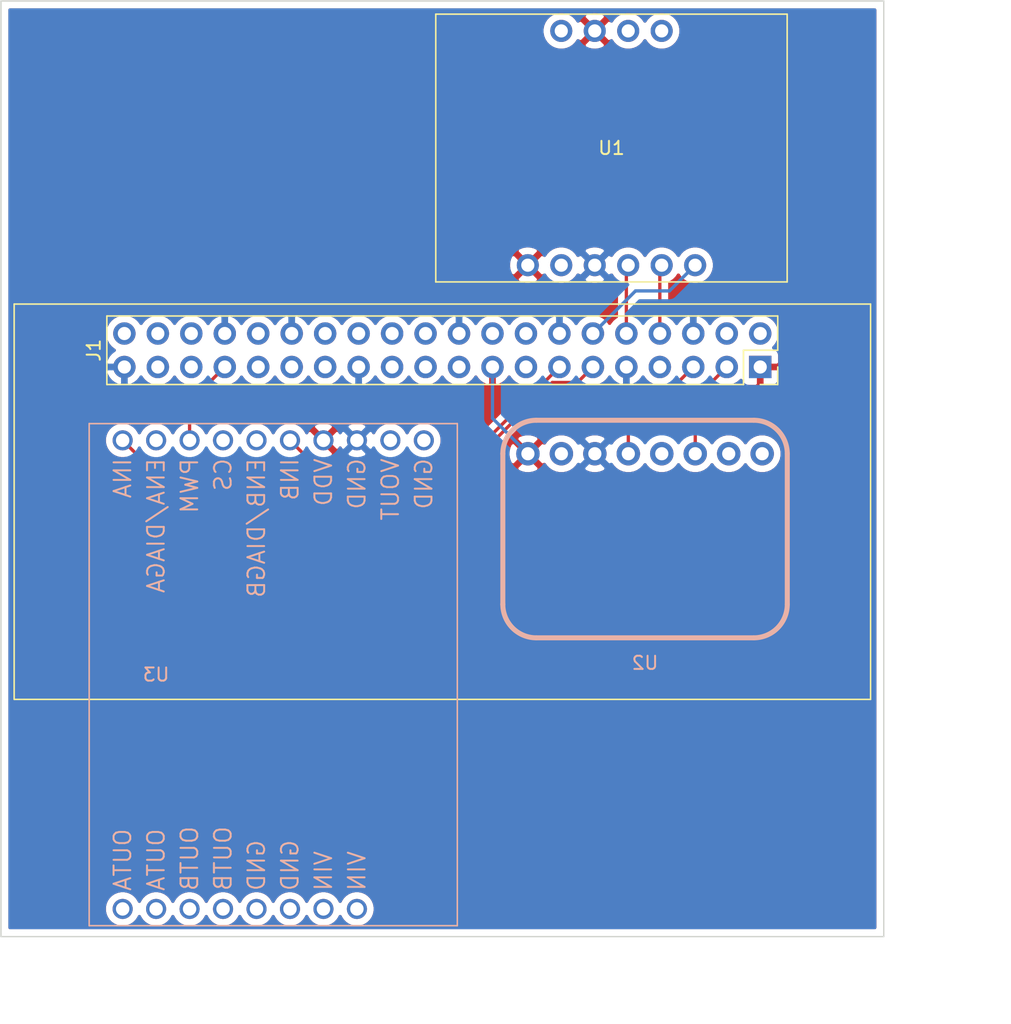
<source format=kicad_pcb>
(kicad_pcb (version 20171130) (host pcbnew "(5.1.4)-1")

  (general
    (thickness 1.6)
    (drawings 6)
    (tracks 26)
    (zones 0)
    (modules 4)
    (nets 50)
  )

  (page A4)
  (layers
    (0 F.Cu signal)
    (31 B.Cu signal)
    (32 B.Adhes user)
    (33 F.Adhes user)
    (34 B.Paste user)
    (35 F.Paste user)
    (36 B.SilkS user)
    (37 F.SilkS user)
    (38 B.Mask user)
    (39 F.Mask user)
    (40 Dwgs.User user)
    (41 Cmts.User user)
    (42 Eco1.User user)
    (43 Eco2.User user)
    (44 Edge.Cuts user)
    (45 Margin user)
    (46 B.CrtYd user)
    (47 F.CrtYd user)
    (48 B.Fab user)
    (49 F.Fab user)
  )

  (setup
    (last_trace_width 0.25)
    (trace_clearance 0.2)
    (zone_clearance 0.508)
    (zone_45_only no)
    (trace_min 0.2)
    (via_size 0.8)
    (via_drill 0.4)
    (via_min_size 0.4)
    (via_min_drill 0.3)
    (uvia_size 0.3)
    (uvia_drill 0.1)
    (uvias_allowed no)
    (uvia_min_size 0.2)
    (uvia_min_drill 0.1)
    (edge_width 0.05)
    (segment_width 0.2)
    (pcb_text_width 0.3)
    (pcb_text_size 1.5 1.5)
    (mod_edge_width 0.12)
    (mod_text_size 1 1)
    (mod_text_width 0.15)
    (pad_size 1.524 1.524)
    (pad_drill 0.762)
    (pad_to_mask_clearance 0.051)
    (solder_mask_min_width 0.25)
    (aux_axis_origin 0 0)
    (visible_elements 7FFFFFFF)
    (pcbplotparams
      (layerselection 0x010fc_ffffffff)
      (usegerberextensions false)
      (usegerberattributes false)
      (usegerberadvancedattributes false)
      (creategerberjobfile false)
      (excludeedgelayer true)
      (linewidth 0.100000)
      (plotframeref false)
      (viasonmask false)
      (mode 1)
      (useauxorigin false)
      (hpglpennumber 1)
      (hpglpenspeed 20)
      (hpglpendiameter 15.000000)
      (psnegative false)
      (psa4output false)
      (plotreference true)
      (plotvalue true)
      (plotinvisibletext false)
      (padsonsilk false)
      (subtractmaskfromsilk false)
      (outputformat 1)
      (mirror false)
      (drillshape 1)
      (scaleselection 1)
      (outputdirectory ""))
  )

  (net 0 "")
  (net 1 3.3V)
  (net 2 "Net-(J1-Pad2)")
  (net 3 SDA)
  (net 4 "Net-(J1-Pad4)")
  (net 5 SCL)
  (net 6 "Net-(J1-Pad7)")
  (net 7 TXD)
  (net 8 GND)
  (net 9 RXD)
  (net 10 GPIO_INA)
  (net 11 GPIO_INB)
  (net 12 "Net-(J1-Pad15)")
  (net 13 "Net-(J1-Pad16)")
  (net 14 "Net-(J1-Pad18)")
  (net 15 "Net-(J1-Pad19)")
  (net 16 "Net-(J1-Pad21)")
  (net 17 "Net-(J1-Pad22)")
  (net 18 "Net-(J1-Pad23)")
  (net 19 "Net-(J1-Pad24)")
  (net 20 "Net-(J1-Pad26)")
  (net 21 "Net-(J1-Pad27)")
  (net 22 "Net-(J1-Pad28)")
  (net 23 "Net-(J1-Pad29)")
  (net 24 "Net-(J1-Pad31)")
  (net 25 "Net-(J1-Pad32)")
  (net 26 GPIO_PWM)
  (net 27 "Net-(J1-Pad35)")
  (net 28 "Net-(J1-Pad36)")
  (net 29 "Net-(J1-Pad37)")
  (net 30 "Net-(J1-Pad38)")
  (net 31 "Net-(J1-Pad40)")
  (net 32 "Net-(U1-Pad2)")
  (net 33 "Net-(U1-Pad10)")
  (net 34 "Net-(U1-Pad8)")
  (net 35 "Net-(U1-Pad7)")
  (net 36 "Net-(U2-Pad8)")
  (net 37 "Net-(U2-Pad7)")
  (net 38 "Net-(U2-Pad5)")
  (net 39 "Net-(U2-Pad2)")
  (net 40 "Net-(U3-Pad9)")
  (net 41 "Net-(U3-Pad4)")
  (net 42 "Net-(U3-Pad5)")
  (net 43 "Net-(U3-Pad2)")
  (net 44 "Net-(U3-Pad14)")
  (net 45 "Net-(U3-Pad13)")
  (net 46 "Net-(U3-Pad12)")
  (net 47 "Net-(U3-Pad11)")
  (net 48 "Net-(U3-Pad10)")
  (net 49 RST)

  (net_class Default "This is the default net class."
    (clearance 0.2)
    (trace_width 0.25)
    (via_dia 0.8)
    (via_drill 0.4)
    (uvia_dia 0.3)
    (uvia_drill 0.1)
    (add_net 3.3V)
    (add_net GND)
    (add_net GPIO_INA)
    (add_net GPIO_INB)
    (add_net GPIO_PWM)
    (add_net "Net-(J1-Pad15)")
    (add_net "Net-(J1-Pad16)")
    (add_net "Net-(J1-Pad18)")
    (add_net "Net-(J1-Pad19)")
    (add_net "Net-(J1-Pad2)")
    (add_net "Net-(J1-Pad21)")
    (add_net "Net-(J1-Pad22)")
    (add_net "Net-(J1-Pad23)")
    (add_net "Net-(J1-Pad24)")
    (add_net "Net-(J1-Pad26)")
    (add_net "Net-(J1-Pad27)")
    (add_net "Net-(J1-Pad28)")
    (add_net "Net-(J1-Pad29)")
    (add_net "Net-(J1-Pad31)")
    (add_net "Net-(J1-Pad32)")
    (add_net "Net-(J1-Pad35)")
    (add_net "Net-(J1-Pad36)")
    (add_net "Net-(J1-Pad37)")
    (add_net "Net-(J1-Pad38)")
    (add_net "Net-(J1-Pad4)")
    (add_net "Net-(J1-Pad40)")
    (add_net "Net-(J1-Pad7)")
    (add_net "Net-(U1-Pad10)")
    (add_net "Net-(U1-Pad2)")
    (add_net "Net-(U1-Pad7)")
    (add_net "Net-(U1-Pad8)")
    (add_net "Net-(U2-Pad2)")
    (add_net "Net-(U2-Pad5)")
    (add_net "Net-(U2-Pad7)")
    (add_net "Net-(U2-Pad8)")
    (add_net "Net-(U3-Pad10)")
    (add_net "Net-(U3-Pad11)")
    (add_net "Net-(U3-Pad12)")
    (add_net "Net-(U3-Pad13)")
    (add_net "Net-(U3-Pad14)")
    (add_net "Net-(U3-Pad2)")
    (add_net "Net-(U3-Pad4)")
    (add_net "Net-(U3-Pad5)")
    (add_net "Net-(U3-Pad9)")
    (add_net RST)
    (add_net RXD)
    (add_net SCL)
    (add_net SDA)
    (add_net TXD)
  )

  (module "Raspberry Pi Zero:RPI_Zero" (layer F.Cu) (tedit 5E52E558) (tstamp 5E52E13B)
    (at 113 78)
    (descr "Through hole straight pin header, 2x20, 2.54mm pitch, double rows")
    (tags "Through hole pin header THT 2x20 2.54mm double row")
    (path /5E488C88)
    (fp_text reference J1 (at 6.045 3.505 90) (layer F.SilkS)
      (effects (font (size 1 1) (thickness 0.15)))
    )
    (fp_text value RPi_GPIO (at 1.27 50.59) (layer F.Fab) hide
      (effects (font (size 1 1) (thickness 0.15)))
    )
    (fp_line (start 57.895 4.775) (end 57.895 0.965) (layer F.Fab) (width 0.1))
    (fp_line (start 57.895 0.965) (end 7.095 0.965) (layer F.Fab) (width 0.1))
    (fp_line (start 7.095 0.965) (end 7.095 6.045) (layer F.Fab) (width 0.1))
    (fp_line (start 7.095 6.045) (end 56.625 6.045) (layer F.Fab) (width 0.1))
    (fp_line (start 56.625 6.045) (end 57.895 4.775) (layer F.Fab) (width 0.1))
    (fp_line (start 7.035 6.105) (end 7.035 0.905) (layer F.SilkS) (width 0.12))
    (fp_line (start 55.355 6.105) (end 7.035 6.105) (layer F.SilkS) (width 0.12))
    (fp_line (start 57.955 0.905) (end 7.035 0.905) (layer F.SilkS) (width 0.12))
    (fp_line (start 55.355 6.105) (end 55.355 3.505) (layer F.SilkS) (width 0.12))
    (fp_line (start 55.355 3.505) (end 57.955 3.505) (layer F.SilkS) (width 0.12))
    (fp_line (start 57.955 3.505) (end 57.955 0.905) (layer F.SilkS) (width 0.12))
    (fp_line (start 56.625 6.105) (end 57.955 6.105) (layer F.SilkS) (width 0.12))
    (fp_line (start 57.955 6.105) (end 57.955 4.775) (layer F.SilkS) (width 0.12))
    (fp_line (start 58.425 6.575) (end 6.575 6.575) (layer F.CrtYd) (width 0.05))
    (fp_line (start 6.575 6.575) (end 6.575 0.425) (layer F.CrtYd) (width 0.05))
    (fp_line (start 6.575 0.425) (end 58.425 0.425) (layer F.CrtYd) (width 0.05))
    (fp_line (start 58.425 0.425) (end 58.425 6.575) (layer F.CrtYd) (width 0.05))
    (fp_text user %R (at 32.505 3.505 180) (layer F.Fab)
      (effects (font (size 1 1) (thickness 0.15)))
    )
    (fp_line (start 65 0) (end 65 30) (layer F.SilkS) (width 0.12))
    (fp_line (start 65 0) (end 0 0) (layer F.SilkS) (width 0.12))
    (fp_line (start 65 30) (end 0.0254 30) (layer F.SilkS) (width 0.12))
    (fp_line (start 0 0) (end 0 30) (layer F.SilkS) (width 0.12))
    (pad 1 thru_hole rect (at 56.625 4.775 270) (size 1.7 1.7) (drill 1) (layers *.Cu *.Mask)
      (net 1 3.3V))
    (pad 2 thru_hole oval (at 56.625 2.235 270) (size 1.7 1.7) (drill 1) (layers *.Cu *.Mask)
      (net 2 "Net-(J1-Pad2)"))
    (pad 3 thru_hole oval (at 54.085 4.775 270) (size 1.7 1.7) (drill 1) (layers *.Cu *.Mask)
      (net 3 SDA))
    (pad 4 thru_hole oval (at 54.085 2.235 270) (size 1.7 1.7) (drill 1) (layers *.Cu *.Mask)
      (net 4 "Net-(J1-Pad4)"))
    (pad 5 thru_hole oval (at 51.545 4.775 270) (size 1.7 1.7) (drill 1) (layers *.Cu *.Mask)
      (net 5 SCL))
    (pad 6 thru_hole oval (at 51.545 2.235 270) (size 1.7 1.7) (drill 1) (layers *.Cu *.Mask)
      (net 8 GND))
    (pad 7 thru_hole oval (at 49.005 4.775 270) (size 1.7 1.7) (drill 1) (layers *.Cu *.Mask)
      (net 6 "Net-(J1-Pad7)"))
    (pad 8 thru_hole oval (at 49.005 2.235 270) (size 1.7 1.7) (drill 1) (layers *.Cu *.Mask)
      (net 7 TXD))
    (pad 9 thru_hole oval (at 46.465 4.775 270) (size 1.7 1.7) (drill 1) (layers *.Cu *.Mask)
      (net 8 GND))
    (pad 10 thru_hole oval (at 46.465 2.235 270) (size 1.7 1.7) (drill 1) (layers *.Cu *.Mask)
      (net 9 RXD))
    (pad 11 thru_hole oval (at 43.925 4.775 270) (size 1.7 1.7) (drill 1) (layers *.Cu *.Mask)
      (net 10 GPIO_INA))
    (pad 12 thru_hole oval (at 43.925 2.235 270) (size 1.7 1.7) (drill 1) (layers *.Cu *.Mask)
      (net 49 RST))
    (pad 13 thru_hole oval (at 41.385 4.775 270) (size 1.7 1.7) (drill 1) (layers *.Cu *.Mask)
      (net 11 GPIO_INB))
    (pad 14 thru_hole oval (at 41.385 2.235 270) (size 1.7 1.7) (drill 1) (layers *.Cu *.Mask)
      (net 8 GND))
    (pad 15 thru_hole oval (at 38.845 4.775 270) (size 1.7 1.7) (drill 1) (layers *.Cu *.Mask)
      (net 12 "Net-(J1-Pad15)"))
    (pad 16 thru_hole oval (at 38.845 2.235 270) (size 1.7 1.7) (drill 1) (layers *.Cu *.Mask)
      (net 13 "Net-(J1-Pad16)"))
    (pad 17 thru_hole oval (at 36.305 4.775 270) (size 1.7 1.7) (drill 1) (layers *.Cu *.Mask)
      (net 1 3.3V))
    (pad 18 thru_hole oval (at 36.305 2.235 270) (size 1.7 1.7) (drill 1) (layers *.Cu *.Mask)
      (net 14 "Net-(J1-Pad18)"))
    (pad 19 thru_hole oval (at 33.765 4.775 270) (size 1.7 1.7) (drill 1) (layers *.Cu *.Mask)
      (net 15 "Net-(J1-Pad19)"))
    (pad 20 thru_hole oval (at 33.765 2.235 270) (size 1.7 1.7) (drill 1) (layers *.Cu *.Mask)
      (net 8 GND))
    (pad 21 thru_hole oval (at 31.225 4.775 270) (size 1.7 1.7) (drill 1) (layers *.Cu *.Mask)
      (net 16 "Net-(J1-Pad21)"))
    (pad 22 thru_hole oval (at 31.225 2.235 270) (size 1.7 1.7) (drill 1) (layers *.Cu *.Mask)
      (net 17 "Net-(J1-Pad22)"))
    (pad 23 thru_hole oval (at 28.685 4.775 270) (size 1.7 1.7) (drill 1) (layers *.Cu *.Mask)
      (net 18 "Net-(J1-Pad23)"))
    (pad 24 thru_hole oval (at 28.685 2.235 270) (size 1.7 1.7) (drill 1) (layers *.Cu *.Mask)
      (net 19 "Net-(J1-Pad24)"))
    (pad 25 thru_hole oval (at 26.145 4.775 270) (size 1.7 1.7) (drill 1) (layers *.Cu *.Mask)
      (net 8 GND))
    (pad 26 thru_hole oval (at 26.145 2.235 270) (size 1.7 1.7) (drill 1) (layers *.Cu *.Mask)
      (net 20 "Net-(J1-Pad26)"))
    (pad 27 thru_hole oval (at 23.605 4.775 270) (size 1.7 1.7) (drill 1) (layers *.Cu *.Mask)
      (net 21 "Net-(J1-Pad27)"))
    (pad 28 thru_hole oval (at 23.605 2.235 270) (size 1.7 1.7) (drill 1) (layers *.Cu *.Mask)
      (net 22 "Net-(J1-Pad28)"))
    (pad 29 thru_hole oval (at 21.065 4.775 270) (size 1.7 1.7) (drill 1) (layers *.Cu *.Mask)
      (net 23 "Net-(J1-Pad29)"))
    (pad 30 thru_hole oval (at 21.065 2.235 270) (size 1.7 1.7) (drill 1) (layers *.Cu *.Mask)
      (net 8 GND))
    (pad 31 thru_hole oval (at 18.525 4.775 270) (size 1.7 1.7) (drill 1) (layers *.Cu *.Mask)
      (net 24 "Net-(J1-Pad31)"))
    (pad 32 thru_hole oval (at 18.525 2.235 270) (size 1.7 1.7) (drill 1) (layers *.Cu *.Mask)
      (net 25 "Net-(J1-Pad32)"))
    (pad 33 thru_hole oval (at 15.985 4.775 270) (size 1.7 1.7) (drill 1) (layers *.Cu *.Mask)
      (net 26 GPIO_PWM))
    (pad 34 thru_hole oval (at 15.985 2.235 270) (size 1.7 1.7) (drill 1) (layers *.Cu *.Mask)
      (net 8 GND))
    (pad 35 thru_hole oval (at 13.445 4.775 270) (size 1.7 1.7) (drill 1) (layers *.Cu *.Mask)
      (net 27 "Net-(J1-Pad35)"))
    (pad 36 thru_hole oval (at 13.445 2.235 270) (size 1.7 1.7) (drill 1) (layers *.Cu *.Mask)
      (net 28 "Net-(J1-Pad36)"))
    (pad 37 thru_hole oval (at 10.905 4.775 270) (size 1.7 1.7) (drill 1) (layers *.Cu *.Mask)
      (net 29 "Net-(J1-Pad37)"))
    (pad 38 thru_hole oval (at 10.905 2.235 270) (size 1.7 1.7) (drill 1) (layers *.Cu *.Mask)
      (net 30 "Net-(J1-Pad38)"))
    (pad 39 thru_hole oval (at 8.365 4.775 270) (size 1.7 1.7) (drill 1) (layers *.Cu *.Mask)
      (net 8 GND))
    (pad 40 thru_hole oval (at 8.365 2.235 270) (size 1.7 1.7) (drill 1) (layers *.Cu *.Mask)
      (net 31 "Net-(J1-Pad40)"))
    (model ${KISYS3DMOD}/Connector_PinHeader_2.54mm.3dshapes/PinHeader_2x20_P2.54mm_Vertical.wrl
      (at (xyz 0 0 0))
      (scale (xyz 1 1 1))
      (rotate (xyz 0 0 0))
    )
  )

  (module NUSTARS:bno055 (layer F.Cu) (tedit 5E0F8F41) (tstamp 5E52E14D)
    (at 145 56)
    (path /5E48AFB4)
    (fp_text reference U1 (at 13.335 10.16) (layer F.SilkS)
      (effects (font (size 1 1) (thickness 0.15)))
    )
    (fp_text value bno055 (at 13.335 8.255) (layer F.Fab)
      (effects (font (size 1 1) (thickness 0.15)))
    )
    (fp_line (start 26.67 0) (end 0 0) (layer F.SilkS) (width 0.12))
    (fp_line (start 26.67 20.32) (end 26.67 0) (layer F.SilkS) (width 0.12))
    (fp_line (start 0 20.32) (end 26.67 20.32) (layer F.SilkS) (width 0.12))
    (fp_line (start 0 0) (end 0 20.32) (layer F.SilkS) (width 0.12))
    (pad 7 thru_hole circle (at 17.145 1.27) (size 1.6764 1.6764) (drill 1) (layers *.Cu *.Mask)
      (net 35 "Net-(U1-Pad7)"))
    (pad 8 thru_hole circle (at 14.605 1.27) (size 1.6764 1.6764) (drill 1) (layers *.Cu *.Mask)
      (net 34 "Net-(U1-Pad8)"))
    (pad 9 thru_hole circle (at 12.065 1.27) (size 1.6764 1.6764) (drill 1) (layers *.Cu *.Mask)
      (net 1 3.3V))
    (pad 10 thru_hole circle (at 9.525 1.27) (size 1.6764 1.6764) (drill 1) (layers *.Cu *.Mask)
      (net 33 "Net-(U1-Pad10)"))
    (pad 1 thru_hole circle (at 6.985 19.05) (size 1.6764 1.6764) (drill 1) (layers *.Cu *.Mask)
      (net 1 3.3V))
    (pad 2 thru_hole circle (at 9.525 19.05) (size 1.6764 1.6764) (drill 1) (layers *.Cu *.Mask)
      (net 32 "Net-(U1-Pad2)"))
    (pad 3 thru_hole circle (at 12.065 19.05) (size 1.6764 1.6764) (drill 1) (layers *.Cu *.Mask)
      (net 8 GND))
    (pad 4 thru_hole circle (at 14.605 19.05) (size 1.6764 1.6764) (drill 1) (layers *.Cu *.Mask Eco2.User)
      (net 9 RXD))
    (pad 5 thru_hole circle (at 17.145 19.05) (size 1.6764 1.6764) (drill 1) (layers *.Cu *.Mask)
      (net 7 TXD))
    (pad 6 thru_hole circle (at 19.685 19.05) (size 1.6764 1.6764) (drill 1) (layers *.Cu *.Mask)
      (net 49 RST))
  )

  (module BMP388:BMP388 (layer B.Cu) (tedit 5E49A822) (tstamp 5E52E169)
    (at 160.8836 95.0722)
    (path /5E48BA81)
    (fp_text reference U2 (at 0 10.16) (layer B.SilkS)
      (effects (font (size 1 1) (thickness 0.15)) (justify mirror))
    )
    (fp_text value BMP388 (at 0 5.715) (layer B.Fab)
      (effects (font (size 1 1) (thickness 0.15)) (justify mirror))
    )
    (fp_arc (start -8.255 -5.715) (end -10.795 -5.715) (angle 90) (layer B.SilkS) (width 0.381))
    (fp_line (start 8.255 -8.255) (end -8.255 -8.255) (layer B.SilkS) (width 0.381))
    (fp_arc (start 8.255 -5.715) (end 8.255 -8.255) (angle 90) (layer B.SilkS) (width 0.381))
    (fp_line (start 10.795 -5.715) (end 10.795 5.715) (layer B.SilkS) (width 0.381))
    (fp_arc (start 8.255 5.715) (end 10.795 5.715) (angle 90) (layer B.SilkS) (width 0.381))
    (fp_line (start 8.255 8.255) (end -8.255 8.255) (layer B.SilkS) (width 0.381))
    (fp_arc (start -8.255 5.715) (end -8.255 8.255) (angle 90) (layer B.SilkS) (width 0.381))
    (fp_line (start -10.795 -5.715) (end -10.795 5.715) (layer B.SilkS) (width 0.381))
    (fp_arc (start 8.255 -5.715) (end 8.255 -8.255) (angle 90) (layer B.Fab) (width 0.254))
    (fp_arc (start -8.255 -5.715) (end -10.795 -5.715) (angle 90) (layer B.Fab) (width 0.254))
    (fp_arc (start -8.255 5.715) (end -8.255 8.255) (angle 90) (layer B.Fab) (width 0.254))
    (fp_arc (start 8.255 5.715) (end 10.795 5.715) (angle 90) (layer B.Fab) (width 0.254))
    (fp_line (start 8.255 -8.255) (end -8.255 -8.255) (layer B.Fab) (width 0.254))
    (fp_line (start -10.795 -5.715) (end -10.795 5.715) (layer B.Fab) (width 0.254))
    (fp_line (start 8.255 8.255) (end -8.255 8.255) (layer B.Fab) (width 0.254))
    (fp_line (start 10.795 -5.715) (end 10.795 5.715) (layer B.Fab) (width 0.254))
    (pad 8 thru_hole circle (at 8.89 -5.715) (size 1.778 1.778) (drill 1.00076) (layers *.Cu *.Mask)
      (net 36 "Net-(U2-Pad8)"))
    (pad 7 thru_hole circle (at 6.35 -5.715) (size 1.778 1.778) (drill 1.00076) (layers *.Cu *.Mask)
      (net 37 "Net-(U2-Pad7)"))
    (pad 6 thru_hole circle (at 3.81 -5.715) (size 1.778 1.778) (drill 1.00076) (layers *.Cu *.Mask)
      (net 3 SDA))
    (pad 5 thru_hole circle (at 1.27 -5.715) (size 1.778 1.778) (drill 1.00076) (layers *.Cu *.Mask)
      (net 38 "Net-(U2-Pad5)"))
    (pad 4 thru_hole circle (at -1.27 -5.715) (size 1.778 1.778) (drill 1.00076) (layers *.Cu *.Mask)
      (net 5 SCL))
    (pad 3 thru_hole circle (at -3.81 -5.715) (size 1.778 1.778) (drill 1.00076) (layers *.Cu *.Mask)
      (net 8 GND))
    (pad 2 thru_hole circle (at -6.35 -5.715) (size 1.778 1.778) (drill 1.00076) (layers *.Cu *.Mask)
      (net 39 "Net-(U2-Pad2)"))
    (pad 1 thru_hole circle (at -8.89 -5.715) (size 1.778 1.778) (drill 1.00076) (layers *.Cu *.Mask)
      (net 1 3.3V))
  )

  (module NUSTARS:VNH5019_breakout (layer B.Cu) (tedit 5E0F85B9) (tstamp 5E52E196)
    (at 146.6342 87.0712 180)
    (path /5E4A476C)
    (fp_text reference U3 (at 22.86 -19.05) (layer B.SilkS)
      (effects (font (size 1 1) (thickness 0.15)) (justify mirror))
    )
    (fp_text value VHN5019_Breakout (at 10.16 -19.05) (layer B.Fab)
      (effects (font (size 1 1) (thickness 0.15)) (justify mirror))
    )
    (fp_line (start 0 -38.1) (end 0 -1.27) (layer B.SilkS) (width 0.12))
    (fp_line (start 27.94 -38.1) (end 0 -38.1) (layer B.SilkS) (width 0.12))
    (fp_line (start 27.94 0) (end 27.94 -38.1) (layer B.SilkS) (width 0.12))
    (fp_line (start 0 0) (end 27.94 0) (layer B.SilkS) (width 0.12))
    (fp_line (start 0 0) (end 0 -1.27) (layer B.SilkS) (width 0.12))
    (fp_text user INA (at 25.4 -2.54 90) (layer B.SilkS)
      (effects (font (size 1.27 1.27) (thickness 0.15)) (justify left mirror))
    )
    (fp_text user ENA/DIAGA (at 22.86 -2.54 90) (layer B.SilkS)
      (effects (font (size 1.27 1.27) (thickness 0.15)) (justify left mirror))
    )
    (fp_text user PWM (at 20.32 -2.54 90) (layer B.SilkS)
      (effects (font (size 1.27 1.27) (thickness 0.15)) (justify left mirror))
    )
    (fp_text user CS (at 17.78 -2.54 90) (layer B.SilkS)
      (effects (font (size 1.27 1.27) (thickness 0.15)) (justify left mirror))
    )
    (fp_text user ENB/DIAGB (at 15.24 -2.54 90) (layer B.SilkS)
      (effects (font (size 1.27 1.27) (thickness 0.15)) (justify left mirror))
    )
    (fp_text user INB (at 12.7 -2.54 90) (layer B.SilkS)
      (effects (font (size 1.27 1.27) (thickness 0.15)) (justify left mirror))
    )
    (fp_text user VDD (at 10.16 -2.54 90) (layer B.SilkS)
      (effects (font (size 1.27 1.27) (thickness 0.15)) (justify left mirror))
    )
    (fp_text user GND (at 7.62 -2.54 90) (layer B.SilkS)
      (effects (font (size 1.27 1.27) (thickness 0.15)) (justify left mirror))
    )
    (fp_text user VOUT (at 5.08 -2.54 90) (layer B.SilkS)
      (effects (font (size 1.27 1.27) (thickness 0.15)) (justify left mirror))
    )
    (fp_text user GND (at 2.54 -2.54 90) (layer B.SilkS)
      (effects (font (size 1.27 1.27) (thickness 0.15)) (justify left mirror))
    )
    (fp_text user OUTA (at 25.4 -35.56 90) (layer B.SilkS)
      (effects (font (size 1.27 1.27) (thickness 0.15)) (justify right mirror))
    )
    (fp_text user OUTA (at 22.86 -35.56 90) (layer B.SilkS)
      (effects (font (size 1.27 1.27) (thickness 0.15)) (justify right mirror))
    )
    (fp_text user OUTB (at 20.32 -35.56 90) (layer B.SilkS)
      (effects (font (size 1.27 1.27) (thickness 0.15)) (justify right mirror))
    )
    (fp_text user OUTB (at 17.78 -35.56 90) (layer B.SilkS)
      (effects (font (size 1.27 1.27) (thickness 0.15)) (justify right mirror))
    )
    (fp_text user GND (at 15.24 -35.56 90) (layer B.SilkS)
      (effects (font (size 1.27 1.27) (thickness 0.15)) (justify right mirror))
    )
    (fp_text user GND (at 12.7 -35.56 90) (layer B.SilkS)
      (effects (font (size 1.27 1.27) (thickness 0.15)) (justify right mirror))
    )
    (fp_text user VIN (at 10.16 -35.56 90) (layer B.SilkS)
      (effects (font (size 1.27 1.27) (thickness 0.15)) (justify right mirror))
    )
    (fp_text user VIN (at 7.62 -35.56 90) (layer B.SilkS)
      (effects (font (size 1.27 1.27) (thickness 0.15)) (justify right mirror))
    )
    (pad 13 thru_hole circle (at 15.24 -36.83 180) (size 1.524 1.524) (drill 1.02) (layers *.Cu *.Mask)
      (net 45 "Net-(U3-Pad13)"))
    (pad 10 thru_hole circle (at 2.54 -1.27 180) (size 1.524 1.524) (drill 1.02) (layers *.Cu *.Mask)
      (net 48 "Net-(U3-Pad10)"))
    (pad 11 thru_hole circle (at 25.4 -36.83 180) (size 1.524 1.524) (drill 1.02) (layers *.Cu *.Mask)
      (net 47 "Net-(U3-Pad11)"))
    (pad 11 thru_hole circle (at 22.86 -36.83 180) (size 1.524 1.524) (drill 1.02) (layers *.Cu *.Mask)
      (net 47 "Net-(U3-Pad11)"))
    (pad 12 thru_hole circle (at 20.32 -36.83 180) (size 1.524 1.524) (drill 1.02) (layers *.Cu *.Mask)
      (net 46 "Net-(U3-Pad12)"))
    (pad 12 thru_hole circle (at 17.78 -36.83 180) (size 1.524 1.524) (drill 1.02) (layers *.Cu *.Mask)
      (net 46 "Net-(U3-Pad12)"))
    (pad 13 thru_hole circle (at 12.7 -36.83 180) (size 1.524 1.524) (drill 1.02) (layers *.Cu *.Mask)
      (net 45 "Net-(U3-Pad13)"))
    (pad 14 thru_hole circle (at 10.16 -36.83 180) (size 1.524 1.524) (drill 1.02) (layers *.Cu *.Mask)
      (net 44 "Net-(U3-Pad14)"))
    (pad 14 thru_hole circle (at 7.62 -36.83 180) (size 1.524 1.524) (drill 1.02) (layers *.Cu *.Mask)
      (net 44 "Net-(U3-Pad14)"))
    (pad 1 thru_hole circle (at 25.4 -1.27 180) (size 1.524 1.524) (drill 1.02) (layers *.Cu *.Mask)
      (net 10 GPIO_INA))
    (pad 2 thru_hole circle (at 22.86 -1.27 180) (size 1.524 1.524) (drill 1.02) (layers *.Cu *.Mask)
      (net 43 "Net-(U3-Pad2)"))
    (pad 3 thru_hole circle (at 20.32 -1.27 180) (size 1.524 1.524) (drill 1.02) (layers *.Cu *.Mask)
      (net 26 GPIO_PWM))
    (pad 5 thru_hole circle (at 15.24 -1.27 180) (size 1.524 1.524) (drill 1.02) (layers *.Cu *.Mask)
      (net 42 "Net-(U3-Pad5)"))
    (pad 4 thru_hole circle (at 17.78 -1.27 180) (size 1.524 1.524) (drill 1.02) (layers *.Cu *.Mask)
      (net 41 "Net-(U3-Pad4)"))
    (pad 6 thru_hole circle (at 12.7 -1.27 180) (size 1.524 1.524) (drill 1.02) (layers *.Cu *.Mask)
      (net 11 GPIO_INB))
    (pad 7 thru_hole circle (at 10.16 -1.27 180) (size 1.524 1.524) (drill 1.02) (layers *.Cu *.Mask F.Adhes)
      (net 1 3.3V))
    (pad 8 thru_hole circle (at 7.62 -1.27 180) (size 1.524 1.524) (drill 1.02) (layers *.Cu *.Mask)
      (net 8 GND))
    (pad 9 thru_hole circle (at 5.08 -1.27 180) (size 1.524 1.524) (drill 1.02) (layers *.Cu *.Mask)
      (net 40 "Net-(U3-Pad9)"))
  )

  (dimension 71 (width 0.15) (layer Dwgs.User)
    (gr_text "71.000 mm" (at 187.3 90.5 90) (layer Dwgs.User)
      (effects (font (size 1 1) (thickness 0.15)))
    )
    (feature1 (pts (xy 179 55) (xy 186.586421 55)))
    (feature2 (pts (xy 179 126) (xy 186.586421 126)))
    (crossbar (pts (xy 186 126) (xy 186 55)))
    (arrow1a (pts (xy 186 55) (xy 186.586421 56.126504)))
    (arrow1b (pts (xy 186 55) (xy 185.413579 56.126504)))
    (arrow2a (pts (xy 186 126) (xy 186.586421 124.873496)))
    (arrow2b (pts (xy 186 126) (xy 185.413579 124.873496)))
  )
  (dimension 67 (width 0.15) (layer Dwgs.User)
    (gr_text "67.000 mm" (at 145.5 133.3) (layer Dwgs.User)
      (effects (font (size 1 1) (thickness 0.15)))
    )
    (feature1 (pts (xy 179 126) (xy 179 132.586421)))
    (feature2 (pts (xy 112 126) (xy 112 132.586421)))
    (crossbar (pts (xy 112 132) (xy 179 132)))
    (arrow1a (pts (xy 179 132) (xy 177.873496 132.586421)))
    (arrow1b (pts (xy 179 132) (xy 177.873496 131.413579)))
    (arrow2a (pts (xy 112 132) (xy 113.126504 132.586421)))
    (arrow2b (pts (xy 112 132) (xy 113.126504 131.413579)))
  )
  (gr_line (start 112 126) (end 112 55) (layer Edge.Cuts) (width 0.1))
  (gr_line (start 179 126) (end 112 126) (layer Edge.Cuts) (width 0.1))
  (gr_line (start 179 55) (end 179 126) (layer Edge.Cuts) (width 0.1))
  (gr_line (start 112 55) (end 179 55) (layer Edge.Cuts) (width 0.1))

  (segment (start 149.305 86.6686) (end 151.9936 89.3572) (width 0.25) (layer B.Cu) (net 1))
  (segment (start 149.305 82.775) (end 149.305 86.6686) (width 0.25) (layer B.Cu) (net 1))
  (segment (start 164.6936 85.1664) (end 167.085 82.775) (width 0.25) (layer F.Cu) (net 3))
  (segment (start 164.6936 89.3572) (end 164.6936 85.1664) (width 0.25) (layer F.Cu) (net 3))
  (segment (start 159.6136 87.7064) (end 164.545 82.775) (width 0.25) (layer F.Cu) (net 5))
  (segment (start 159.6136 89.3572) (end 159.6136 87.7064) (width 0.25) (layer F.Cu) (net 5))
  (segment (start 162.005 75.19) (end 162.145 75.05) (width 0.25) (layer F.Cu) (net 7))
  (segment (start 162.005 80.235) (end 162.005 75.19) (width 0.25) (layer F.Cu) (net 7))
  (segment (start 139.0142 82.9058) (end 139.145 82.775) (width 0.25) (layer F.Cu) (net 8))
  (segment (start 159.465 75.19) (end 159.605 75.05) (width 0.25) (layer F.Cu) (net 9))
  (segment (start 159.465 80.235) (end 159.465 75.19) (width 0.25) (layer F.Cu) (net 9))
  (segment (start 121.996199 89.103199) (end 121.2342 88.3412) (width 0.25) (layer F.Cu) (net 10))
  (segment (start 123.66002 90.76702) (end 121.996199 89.103199) (width 0.25) (layer F.Cu) (net 10))
  (segment (start 147.02939 90.76702) (end 123.66002 90.76702) (width 0.25) (layer F.Cu) (net 10))
  (segment (start 153.846409 83.950001) (end 147.02939 90.76702) (width 0.25) (layer F.Cu) (net 10))
  (segment (start 155.749999 83.950001) (end 153.846409 83.950001) (width 0.25) (layer F.Cu) (net 10))
  (segment (start 156.925 82.775) (end 155.749999 83.950001) (width 0.25) (layer F.Cu) (net 10))
  (segment (start 154.385 82.775) (end 146.84299 90.31701) (width 0.25) (layer F.Cu) (net 11))
  (segment (start 146.84299 90.31701) (end 135.91001 90.31701) (width 0.25) (layer F.Cu) (net 11))
  (segment (start 134.696199 89.103199) (end 133.9342 88.3412) (width 0.25) (layer F.Cu) (net 11))
  (segment (start 135.91001 90.31701) (end 134.696199 89.103199) (width 0.25) (layer F.Cu) (net 11))
  (segment (start 126.3142 85.4458) (end 128.985 82.775) (width 0.25) (layer F.Cu) (net 26))
  (segment (start 126.3142 88.3412) (end 126.3142 85.4458) (width 0.25) (layer F.Cu) (net 26))
  (segment (start 156.925 80.235) (end 160.16 77) (width 0.25) (layer B.Cu) (net 49))
  (segment (start 162.735 77) (end 164.685 75.05) (width 0.25) (layer B.Cu) (net 49))
  (segment (start 160.16 77) (end 162.735 77) (width 0.25) (layer B.Cu) (net 49))

  (zone (net 1) (net_name 3.3V) (layer F.Cu) (tstamp 0) (hatch edge 0.508)
    (connect_pads (clearance 0.508))
    (min_thickness 0.254)
    (fill yes (arc_segments 32) (thermal_gap 0.508) (thermal_bridge_width 0.508))
    (polygon
      (pts
        (xy 179 68) (xy 179 55) (xy 112 55) (xy 112 126) (xy 179 126)
      )
    )
    (filled_polygon
      (pts
        (xy 178.315001 125.315) (xy 112.685 125.315) (xy 112.685 123.763608) (xy 119.8372 123.763608) (xy 119.8372 124.038792)
        (xy 119.890886 124.30869) (xy 119.996195 124.562927) (xy 120.14908 124.791735) (xy 120.343665 124.98632) (xy 120.572473 125.139205)
        (xy 120.82671 125.244514) (xy 121.096608 125.2982) (xy 121.371792 125.2982) (xy 121.64169 125.244514) (xy 121.895927 125.139205)
        (xy 122.124735 124.98632) (xy 122.31932 124.791735) (xy 122.472205 124.562927) (xy 122.5042 124.485685) (xy 122.536195 124.562927)
        (xy 122.68908 124.791735) (xy 122.883665 124.98632) (xy 123.112473 125.139205) (xy 123.36671 125.244514) (xy 123.636608 125.2982)
        (xy 123.911792 125.2982) (xy 124.18169 125.244514) (xy 124.435927 125.139205) (xy 124.664735 124.98632) (xy 124.85932 124.791735)
        (xy 125.012205 124.562927) (xy 125.0442 124.485685) (xy 125.076195 124.562927) (xy 125.22908 124.791735) (xy 125.423665 124.98632)
        (xy 125.652473 125.139205) (xy 125.90671 125.244514) (xy 126.176608 125.2982) (xy 126.451792 125.2982) (xy 126.72169 125.244514)
        (xy 126.975927 125.139205) (xy 127.204735 124.98632) (xy 127.39932 124.791735) (xy 127.552205 124.562927) (xy 127.5842 124.485685)
        (xy 127.616195 124.562927) (xy 127.76908 124.791735) (xy 127.963665 124.98632) (xy 128.192473 125.139205) (xy 128.44671 125.244514)
        (xy 128.716608 125.2982) (xy 128.991792 125.2982) (xy 129.26169 125.244514) (xy 129.515927 125.139205) (xy 129.744735 124.98632)
        (xy 129.93932 124.791735) (xy 130.092205 124.562927) (xy 130.1242 124.485685) (xy 130.156195 124.562927) (xy 130.30908 124.791735)
        (xy 130.503665 124.98632) (xy 130.732473 125.139205) (xy 130.98671 125.244514) (xy 131.256608 125.2982) (xy 131.531792 125.2982)
        (xy 131.80169 125.244514) (xy 132.055927 125.139205) (xy 132.284735 124.98632) (xy 132.47932 124.791735) (xy 132.632205 124.562927)
        (xy 132.6642 124.485685) (xy 132.696195 124.562927) (xy 132.84908 124.791735) (xy 133.043665 124.98632) (xy 133.272473 125.139205)
        (xy 133.52671 125.244514) (xy 133.796608 125.2982) (xy 134.071792 125.2982) (xy 134.34169 125.244514) (xy 134.595927 125.139205)
        (xy 134.824735 124.98632) (xy 135.01932 124.791735) (xy 135.172205 124.562927) (xy 135.2042 124.485685) (xy 135.236195 124.562927)
        (xy 135.38908 124.791735) (xy 135.583665 124.98632) (xy 135.812473 125.139205) (xy 136.06671 125.244514) (xy 136.336608 125.2982)
        (xy 136.611792 125.2982) (xy 136.88169 125.244514) (xy 137.135927 125.139205) (xy 137.364735 124.98632) (xy 137.55932 124.791735)
        (xy 137.712205 124.562927) (xy 137.7442 124.485685) (xy 137.776195 124.562927) (xy 137.92908 124.791735) (xy 138.123665 124.98632)
        (xy 138.352473 125.139205) (xy 138.60671 125.244514) (xy 138.876608 125.2982) (xy 139.151792 125.2982) (xy 139.42169 125.244514)
        (xy 139.675927 125.139205) (xy 139.904735 124.98632) (xy 140.09932 124.791735) (xy 140.252205 124.562927) (xy 140.357514 124.30869)
        (xy 140.4112 124.038792) (xy 140.4112 123.763608) (xy 140.357514 123.49371) (xy 140.252205 123.239473) (xy 140.09932 123.010665)
        (xy 139.904735 122.81608) (xy 139.675927 122.663195) (xy 139.42169 122.557886) (xy 139.151792 122.5042) (xy 138.876608 122.5042)
        (xy 138.60671 122.557886) (xy 138.352473 122.663195) (xy 138.123665 122.81608) (xy 137.92908 123.010665) (xy 137.776195 123.239473)
        (xy 137.7442 123.316715) (xy 137.712205 123.239473) (xy 137.55932 123.010665) (xy 137.364735 122.81608) (xy 137.135927 122.663195)
        (xy 136.88169 122.557886) (xy 136.611792 122.5042) (xy 136.336608 122.5042) (xy 136.06671 122.557886) (xy 135.812473 122.663195)
        (xy 135.583665 122.81608) (xy 135.38908 123.010665) (xy 135.236195 123.239473) (xy 135.2042 123.316715) (xy 135.172205 123.239473)
        (xy 135.01932 123.010665) (xy 134.824735 122.81608) (xy 134.595927 122.663195) (xy 134.34169 122.557886) (xy 134.071792 122.5042)
        (xy 133.796608 122.5042) (xy 133.52671 122.557886) (xy 133.272473 122.663195) (xy 133.043665 122.81608) (xy 132.84908 123.010665)
        (xy 132.696195 123.239473) (xy 132.6642 123.316715) (xy 132.632205 123.239473) (xy 132.47932 123.010665) (xy 132.284735 122.81608)
        (xy 132.055927 122.663195) (xy 131.80169 122.557886) (xy 131.531792 122.5042) (xy 131.256608 122.5042) (xy 130.98671 122.557886)
        (xy 130.732473 122.663195) (xy 130.503665 122.81608) (xy 130.30908 123.010665) (xy 130.156195 123.239473) (xy 130.1242 123.316715)
        (xy 130.092205 123.239473) (xy 129.93932 123.010665) (xy 129.744735 122.81608) (xy 129.515927 122.663195) (xy 129.26169 122.557886)
        (xy 128.991792 122.5042) (xy 128.716608 122.5042) (xy 128.44671 122.557886) (xy 128.192473 122.663195) (xy 127.963665 122.81608)
        (xy 127.76908 123.010665) (xy 127.616195 123.239473) (xy 127.5842 123.316715) (xy 127.552205 123.239473) (xy 127.39932 123.010665)
        (xy 127.204735 122.81608) (xy 126.975927 122.663195) (xy 126.72169 122.557886) (xy 126.451792 122.5042) (xy 126.176608 122.5042)
        (xy 125.90671 122.557886) (xy 125.652473 122.663195) (xy 125.423665 122.81608) (xy 125.22908 123.010665) (xy 125.076195 123.239473)
        (xy 125.0442 123.316715) (xy 125.012205 123.239473) (xy 124.85932 123.010665) (xy 124.664735 122.81608) (xy 124.435927 122.663195)
        (xy 124.18169 122.557886) (xy 123.911792 122.5042) (xy 123.636608 122.5042) (xy 123.36671 122.557886) (xy 123.112473 122.663195)
        (xy 122.883665 122.81608) (xy 122.68908 123.010665) (xy 122.536195 123.239473) (xy 122.5042 123.316715) (xy 122.472205 123.239473)
        (xy 122.31932 123.010665) (xy 122.124735 122.81608) (xy 121.895927 122.663195) (xy 121.64169 122.557886) (xy 121.371792 122.5042)
        (xy 121.096608 122.5042) (xy 120.82671 122.557886) (xy 120.572473 122.663195) (xy 120.343665 122.81608) (xy 120.14908 123.010665)
        (xy 119.996195 123.239473) (xy 119.890886 123.49371) (xy 119.8372 123.763608) (xy 112.685 123.763608) (xy 112.685 88.203608)
        (xy 119.8372 88.203608) (xy 119.8372 88.478792) (xy 119.890886 88.74869) (xy 119.996195 89.002927) (xy 120.14908 89.231735)
        (xy 120.343665 89.42632) (xy 120.572473 89.579205) (xy 120.82671 89.684514) (xy 121.096608 89.7382) (xy 121.371792 89.7382)
        (xy 121.525771 89.707572) (xy 123.096221 91.278023) (xy 123.120019 91.307021) (xy 123.235744 91.401994) (xy 123.367773 91.472566)
        (xy 123.511034 91.516023) (xy 123.622687 91.52702) (xy 123.622696 91.52702) (xy 123.660019 91.530696) (xy 123.697342 91.52702)
        (xy 146.992068 91.52702) (xy 147.02939 91.530696) (xy 147.066712 91.52702) (xy 147.066723 91.52702) (xy 147.178376 91.516023)
        (xy 147.321637 91.472566) (xy 147.453666 91.401994) (xy 147.569391 91.307021) (xy 147.593194 91.278017) (xy 148.45778 90.413431)
        (xy 151.116974 90.413431) (xy 151.199327 90.666489) (xy 151.470018 90.796286) (xy 151.76083 90.87078) (xy 152.060588 90.887108)
        (xy 152.357771 90.844643) (xy 152.640959 90.745016) (xy 152.787873 90.666489) (xy 152.870226 90.413431) (xy 151.9936 89.536805)
        (xy 151.116974 90.413431) (xy 148.45778 90.413431) (xy 149.447023 89.424188) (xy 150.463692 89.424188) (xy 150.506157 89.721371)
        (xy 150.605784 90.004559) (xy 150.684311 90.151473) (xy 150.937369 90.233826) (xy 151.813995 89.3572) (xy 150.937369 88.480574)
        (xy 150.684311 88.562927) (xy 150.554514 88.833618) (xy 150.48002 89.12443) (xy 150.463692 89.424188) (xy 149.447023 89.424188)
        (xy 150.570242 88.300969) (xy 151.116974 88.300969) (xy 151.9936 89.177595) (xy 152.870226 88.300969) (xy 152.787873 88.047911)
        (xy 152.517182 87.918114) (xy 152.22637 87.84362) (xy 151.926612 87.827292) (xy 151.629429 87.869757) (xy 151.346241 87.969384)
        (xy 151.199327 88.047911) (xy 151.116974 88.300969) (xy 150.570242 88.300969) (xy 154.161211 84.710001) (xy 155.712677 84.710001)
        (xy 155.749999 84.713677) (xy 155.787321 84.710001) (xy 155.787332 84.710001) (xy 155.898985 84.699004) (xy 156.042246 84.655547)
        (xy 156.174275 84.584975) (xy 156.29 84.490002) (xy 156.313803 84.460998) (xy 156.559004 84.215797) (xy 156.633889 84.238513)
        (xy 156.85205 84.26) (xy 156.99795 84.26) (xy 157.216111 84.238513) (xy 157.496034 84.153599) (xy 157.754014 84.015706)
        (xy 157.980134 83.830134) (xy 158.165706 83.604014) (xy 158.195 83.549209) (xy 158.224294 83.604014) (xy 158.409866 83.830134)
        (xy 158.635986 84.015706) (xy 158.893966 84.153599) (xy 159.173889 84.238513) (xy 159.39205 84.26) (xy 159.53795 84.26)
        (xy 159.756111 84.238513) (xy 160.036034 84.153599) (xy 160.294014 84.015706) (xy 160.520134 83.830134) (xy 160.705706 83.604014)
        (xy 160.735 83.549209) (xy 160.764294 83.604014) (xy 160.949866 83.830134) (xy 161.175986 84.015706) (xy 161.433966 84.153599)
        (xy 161.713889 84.238513) (xy 161.93205 84.26) (xy 161.985198 84.26) (xy 159.102598 87.142601) (xy 159.0736 87.166399)
        (xy 159.049802 87.195397) (xy 159.049801 87.195398) (xy 158.978626 87.282124) (xy 158.908054 87.414154) (xy 158.896979 87.450665)
        (xy 158.865258 87.55524) (xy 158.864598 87.557415) (xy 158.849924 87.7064) (xy 158.853601 87.743732) (xy 158.853601 88.032116)
        (xy 158.642107 88.173432) (xy 158.429832 88.385707) (xy 158.3436 88.514762) (xy 158.257368 88.385707) (xy 158.045093 88.173432)
        (xy 157.795485 88.006649) (xy 157.518134 87.891766) (xy 157.223701 87.8332) (xy 156.923499 87.8332) (xy 156.629066 87.891766)
        (xy 156.351715 88.006649) (xy 156.102107 88.173432) (xy 155.889832 88.385707) (xy 155.8036 88.514762) (xy 155.717368 88.385707)
        (xy 155.505093 88.173432) (xy 155.255485 88.006649) (xy 154.978134 87.891766) (xy 154.683701 87.8332) (xy 154.383499 87.8332)
        (xy 154.089066 87.891766) (xy 153.811715 88.006649) (xy 153.562107 88.173432) (xy 153.349832 88.385707) (xy 153.244183 88.543822)
        (xy 153.049831 88.480574) (xy 152.173205 89.3572) (xy 153.049831 90.233826) (xy 153.244183 90.170578) (xy 153.349832 90.328693)
        (xy 153.562107 90.540968) (xy 153.811715 90.707751) (xy 154.089066 90.822634) (xy 154.383499 90.8812) (xy 154.683701 90.8812)
        (xy 154.978134 90.822634) (xy 155.255485 90.707751) (xy 155.505093 90.540968) (xy 155.717368 90.328693) (xy 155.8036 90.199638)
        (xy 155.889832 90.328693) (xy 156.102107 90.540968) (xy 156.351715 90.707751) (xy 156.629066 90.822634) (xy 156.923499 90.8812)
        (xy 157.223701 90.8812) (xy 157.518134 90.822634) (xy 157.795485 90.707751) (xy 158.045093 90.540968) (xy 158.257368 90.328693)
        (xy 158.3436 90.199638) (xy 158.429832 90.328693) (xy 158.642107 90.540968) (xy 158.891715 90.707751) (xy 159.169066 90.822634)
        (xy 159.463499 90.8812) (xy 159.763701 90.8812) (xy 160.058134 90.822634) (xy 160.335485 90.707751) (xy 160.585093 90.540968)
        (xy 160.797368 90.328693) (xy 160.8836 90.199638) (xy 160.969832 90.328693) (xy 161.182107 90.540968) (xy 161.431715 90.707751)
        (xy 161.709066 90.822634) (xy 162.003499 90.8812) (xy 162.303701 90.8812) (xy 162.598134 90.822634) (xy 162.875485 90.707751)
        (xy 163.125093 90.540968) (xy 163.337368 90.328693) (xy 163.4236 90.199638) (xy 163.509832 90.328693) (xy 163.722107 90.540968)
        (xy 163.971715 90.707751) (xy 164.249066 90.822634) (xy 164.543499 90.8812) (xy 164.843701 90.8812) (xy 165.138134 90.822634)
        (xy 165.415485 90.707751) (xy 165.665093 90.540968) (xy 165.877368 90.328693) (xy 165.9636 90.199638) (xy 166.049832 90.328693)
        (xy 166.262107 90.540968) (xy 166.511715 90.707751) (xy 166.789066 90.822634) (xy 167.083499 90.8812) (xy 167.383701 90.8812)
        (xy 167.678134 90.822634) (xy 167.955485 90.707751) (xy 168.205093 90.540968) (xy 168.417368 90.328693) (xy 168.5036 90.199638)
        (xy 168.589832 90.328693) (xy 168.802107 90.540968) (xy 169.051715 90.707751) (xy 169.329066 90.822634) (xy 169.623499 90.8812)
        (xy 169.923701 90.8812) (xy 170.218134 90.822634) (xy 170.495485 90.707751) (xy 170.745093 90.540968) (xy 170.957368 90.328693)
        (xy 171.124151 90.079085) (xy 171.239034 89.801734) (xy 171.2976 89.507301) (xy 171.2976 89.207099) (xy 171.239034 88.912666)
        (xy 171.124151 88.635315) (xy 170.957368 88.385707) (xy 170.745093 88.173432) (xy 170.495485 88.006649) (xy 170.218134 87.891766)
        (xy 169.923701 87.8332) (xy 169.623499 87.8332) (xy 169.329066 87.891766) (xy 169.051715 88.006649) (xy 168.802107 88.173432)
        (xy 168.589832 88.385707) (xy 168.5036 88.514762) (xy 168.417368 88.385707) (xy 168.205093 88.173432) (xy 167.955485 88.006649)
        (xy 167.678134 87.891766) (xy 167.383701 87.8332) (xy 167.083499 87.8332) (xy 166.789066 87.891766) (xy 166.511715 88.006649)
        (xy 166.262107 88.173432) (xy 166.049832 88.385707) (xy 165.9636 88.514762) (xy 165.877368 88.385707) (xy 165.665093 88.173432)
        (xy 165.4536 88.032117) (xy 165.4536 85.481201) (xy 166.719005 84.215797) (xy 166.793889 84.238513) (xy 167.01205 84.26)
        (xy 167.15795 84.26) (xy 167.376111 84.238513) (xy 167.656034 84.153599) (xy 167.914014 84.015706) (xy 168.140134 83.830134)
        (xy 168.164607 83.800313) (xy 168.185498 83.86918) (xy 168.244463 83.979494) (xy 168.323815 84.076185) (xy 168.420506 84.155537)
        (xy 168.53082 84.214502) (xy 168.650518 84.250812) (xy 168.775 84.263072) (xy 169.33925 84.26) (xy 169.498 84.10125)
        (xy 169.498 82.902) (xy 169.752 82.902) (xy 169.752 84.10125) (xy 169.91075 84.26) (xy 170.475 84.263072)
        (xy 170.599482 84.250812) (xy 170.71918 84.214502) (xy 170.829494 84.155537) (xy 170.926185 84.076185) (xy 171.005537 83.979494)
        (xy 171.064502 83.86918) (xy 171.100812 83.749482) (xy 171.113072 83.625) (xy 171.11 83.06075) (xy 170.95125 82.902)
        (xy 169.752 82.902) (xy 169.498 82.902) (xy 169.478 82.902) (xy 169.478 82.648) (xy 169.498 82.648)
        (xy 169.498 82.628) (xy 169.752 82.628) (xy 169.752 82.648) (xy 170.95125 82.648) (xy 171.11 82.48925)
        (xy 171.113072 81.925) (xy 171.100812 81.800518) (xy 171.064502 81.68082) (xy 171.005537 81.570506) (xy 170.926185 81.473815)
        (xy 170.829494 81.394463) (xy 170.71918 81.335498) (xy 170.650313 81.314607) (xy 170.680134 81.290134) (xy 170.865706 81.064014)
        (xy 171.003599 80.806034) (xy 171.088513 80.526111) (xy 171.117185 80.235) (xy 171.088513 79.943889) (xy 171.003599 79.663966)
        (xy 170.865706 79.405986) (xy 170.680134 79.179866) (xy 170.454014 78.994294) (xy 170.196034 78.856401) (xy 169.916111 78.771487)
        (xy 169.69795 78.75) (xy 169.55205 78.75) (xy 169.333889 78.771487) (xy 169.053966 78.856401) (xy 168.795986 78.994294)
        (xy 168.569866 79.179866) (xy 168.384294 79.405986) (xy 168.355 79.460791) (xy 168.325706 79.405986) (xy 168.140134 79.179866)
        (xy 167.914014 78.994294) (xy 167.656034 78.856401) (xy 167.376111 78.771487) (xy 167.15795 78.75) (xy 167.01205 78.75)
        (xy 166.793889 78.771487) (xy 166.513966 78.856401) (xy 166.255986 78.994294) (xy 166.029866 79.179866) (xy 165.844294 79.405986)
        (xy 165.815 79.460791) (xy 165.785706 79.405986) (xy 165.600134 79.179866) (xy 165.374014 78.994294) (xy 165.116034 78.856401)
        (xy 164.836111 78.771487) (xy 164.61795 78.75) (xy 164.47205 78.75) (xy 164.253889 78.771487) (xy 163.973966 78.856401)
        (xy 163.715986 78.994294) (xy 163.489866 79.179866) (xy 163.304294 79.405986) (xy 163.275 79.460791) (xy 163.245706 79.405986)
        (xy 163.060134 79.179866) (xy 162.834014 78.994294) (xy 162.765 78.957405) (xy 162.765 76.387768) (xy 162.842822 76.355533)
        (xy 163.08411 76.194309) (xy 163.289309 75.98911) (xy 163.415 75.801001) (xy 163.540691 75.98911) (xy 163.74589 76.194309)
        (xy 163.987178 76.355533) (xy 164.255283 76.466586) (xy 164.539902 76.5232) (xy 164.830098 76.5232) (xy 165.114717 76.466586)
        (xy 165.382822 76.355533) (xy 165.62411 76.194309) (xy 165.829309 75.98911) (xy 165.990533 75.747822) (xy 166.101586 75.479717)
        (xy 166.1582 75.195098) (xy 166.1582 74.904902) (xy 166.101586 74.620283) (xy 165.990533 74.352178) (xy 165.829309 74.11089)
        (xy 165.62411 73.905691) (xy 165.382822 73.744467) (xy 165.114717 73.633414) (xy 164.830098 73.5768) (xy 164.539902 73.5768)
        (xy 164.255283 73.633414) (xy 163.987178 73.744467) (xy 163.74589 73.905691) (xy 163.540691 74.11089) (xy 163.415 74.298999)
        (xy 163.289309 74.11089) (xy 163.08411 73.905691) (xy 162.842822 73.744467) (xy 162.574717 73.633414) (xy 162.290098 73.5768)
        (xy 161.999902 73.5768) (xy 161.715283 73.633414) (xy 161.447178 73.744467) (xy 161.20589 73.905691) (xy 161.000691 74.11089)
        (xy 160.875 74.298999) (xy 160.749309 74.11089) (xy 160.54411 73.905691) (xy 160.302822 73.744467) (xy 160.034717 73.633414)
        (xy 159.750098 73.5768) (xy 159.459902 73.5768) (xy 159.175283 73.633414) (xy 158.907178 73.744467) (xy 158.66589 73.905691)
        (xy 158.460691 74.11089) (xy 158.335 74.298999) (xy 158.209309 74.11089) (xy 158.00411 73.905691) (xy 157.762822 73.744467)
        (xy 157.494717 73.633414) (xy 157.210098 73.5768) (xy 156.919902 73.5768) (xy 156.635283 73.633414) (xy 156.367178 73.744467)
        (xy 156.12589 73.905691) (xy 155.920691 74.11089) (xy 155.795 74.298999) (xy 155.669309 74.11089) (xy 155.46411 73.905691)
        (xy 155.222822 73.744467) (xy 154.954717 73.633414) (xy 154.670098 73.5768) (xy 154.379902 73.5768) (xy 154.095283 73.633414)
        (xy 153.827178 73.744467) (xy 153.58589 73.905691) (xy 153.380691 74.11089) (xy 153.257711 74.294943) (xy 153.252844 74.285838)
        (xy 153.004975 74.20963) (xy 152.164605 75.05) (xy 153.004975 75.89037) (xy 153.252844 75.814162) (xy 153.257399 75.804592)
        (xy 153.380691 75.98911) (xy 153.58589 76.194309) (xy 153.827178 76.355533) (xy 154.095283 76.466586) (xy 154.379902 76.5232)
        (xy 154.670098 76.5232) (xy 154.954717 76.466586) (xy 155.222822 76.355533) (xy 155.46411 76.194309) (xy 155.669309 75.98911)
        (xy 155.795 75.801001) (xy 155.920691 75.98911) (xy 156.12589 76.194309) (xy 156.367178 76.355533) (xy 156.635283 76.466586)
        (xy 156.919902 76.5232) (xy 157.210098 76.5232) (xy 157.494717 76.466586) (xy 157.762822 76.355533) (xy 158.00411 76.194309)
        (xy 158.209309 75.98911) (xy 158.335 75.801001) (xy 158.460691 75.98911) (xy 158.66589 76.194309) (xy 158.705001 76.220442)
        (xy 158.705 78.957405) (xy 158.635986 78.994294) (xy 158.409866 79.179866) (xy 158.224294 79.405986) (xy 158.195 79.460791)
        (xy 158.165706 79.405986) (xy 157.980134 79.179866) (xy 157.754014 78.994294) (xy 157.496034 78.856401) (xy 157.216111 78.771487)
        (xy 156.99795 78.75) (xy 156.85205 78.75) (xy 156.633889 78.771487) (xy 156.353966 78.856401) (xy 156.095986 78.994294)
        (xy 155.869866 79.179866) (xy 155.684294 79.405986) (xy 155.655 79.460791) (xy 155.625706 79.405986) (xy 155.440134 79.179866)
        (xy 155.214014 78.994294) (xy 154.956034 78.856401) (xy 154.676111 78.771487) (xy 154.45795 78.75) (xy 154.31205 78.75)
        (xy 154.093889 78.771487) (xy 153.813966 78.856401) (xy 153.555986 78.994294) (xy 153.329866 79.179866) (xy 153.144294 79.405986)
        (xy 153.115 79.460791) (xy 153.085706 79.405986) (xy 152.900134 79.179866) (xy 152.674014 78.994294) (xy 152.416034 78.856401)
        (xy 152.136111 78.771487) (xy 151.91795 78.75) (xy 151.77205 78.75) (xy 151.553889 78.771487) (xy 151.273966 78.856401)
        (xy 151.015986 78.994294) (xy 150.789866 79.179866) (xy 150.604294 79.405986) (xy 150.575 79.460791) (xy 150.545706 79.405986)
        (xy 150.360134 79.179866) (xy 150.134014 78.994294) (xy 149.876034 78.856401) (xy 149.596111 78.771487) (xy 149.37795 78.75)
        (xy 149.23205 78.75) (xy 149.013889 78.771487) (xy 148.733966 78.856401) (xy 148.475986 78.994294) (xy 148.249866 79.179866)
        (xy 148.064294 79.405986) (xy 148.035 79.460791) (xy 148.005706 79.405986) (xy 147.820134 79.179866) (xy 147.594014 78.994294)
        (xy 147.336034 78.856401) (xy 147.056111 78.771487) (xy 146.83795 78.75) (xy 146.69205 78.75) (xy 146.473889 78.771487)
        (xy 146.193966 78.856401) (xy 145.935986 78.994294) (xy 145.709866 79.179866) (xy 145.524294 79.405986) (xy 145.495 79.460791)
        (xy 145.465706 79.405986) (xy 145.280134 79.179866) (xy 145.054014 78.994294) (xy 144.796034 78.856401) (xy 144.516111 78.771487)
        (xy 144.29795 78.75) (xy 144.15205 78.75) (xy 143.933889 78.771487) (xy 143.653966 78.856401) (xy 143.395986 78.994294)
        (xy 143.169866 79.179866) (xy 142.984294 79.405986) (xy 142.955 79.460791) (xy 142.925706 79.405986) (xy 142.740134 79.179866)
        (xy 142.514014 78.994294) (xy 142.256034 78.856401) (xy 141.976111 78.771487) (xy 141.75795 78.75) (xy 141.61205 78.75)
        (xy 141.393889 78.771487) (xy 141.113966 78.856401) (xy 140.855986 78.994294) (xy 140.629866 79.179866) (xy 140.444294 79.405986)
        (xy 140.415 79.460791) (xy 140.385706 79.405986) (xy 140.200134 79.179866) (xy 139.974014 78.994294) (xy 139.716034 78.856401)
        (xy 139.436111 78.771487) (xy 139.21795 78.75) (xy 139.07205 78.75) (xy 138.853889 78.771487) (xy 138.573966 78.856401)
        (xy 138.315986 78.994294) (xy 138.089866 79.179866) (xy 137.904294 79.405986) (xy 137.875 79.460791) (xy 137.845706 79.405986)
        (xy 137.660134 79.179866) (xy 137.434014 78.994294) (xy 137.176034 78.856401) (xy 136.896111 78.771487) (xy 136.67795 78.75)
        (xy 136.53205 78.75) (xy 136.313889 78.771487) (xy 136.033966 78.856401) (xy 135.775986 78.994294) (xy 135.549866 79.179866)
        (xy 135.364294 79.405986) (xy 135.335 79.460791) (xy 135.305706 79.405986) (xy 135.120134 79.179866) (xy 134.894014 78.994294)
        (xy 134.636034 78.856401) (xy 134.356111 78.771487) (xy 134.13795 78.75) (xy 133.99205 78.75) (xy 133.773889 78.771487)
        (xy 133.493966 78.856401) (xy 133.235986 78.994294) (xy 133.009866 79.179866) (xy 132.824294 79.405986) (xy 132.795 79.460791)
        (xy 132.765706 79.405986) (xy 132.580134 79.179866) (xy 132.354014 78.994294) (xy 132.096034 78.856401) (xy 131.816111 78.771487)
        (xy 131.59795 78.75) (xy 131.45205 78.75) (xy 131.233889 78.771487) (xy 130.953966 78.856401) (xy 130.695986 78.994294)
        (xy 130.469866 79.179866) (xy 130.284294 79.405986) (xy 130.255 79.460791) (xy 130.225706 79.405986) (xy 130.040134 79.179866)
        (xy 129.814014 78.994294) (xy 129.556034 78.856401) (xy 129.276111 78.771487) (xy 129.05795 78.75) (xy 128.91205 78.75)
        (xy 128.693889 78.771487) (xy 128.413966 78.856401) (xy 128.155986 78.994294) (xy 127.929866 79.179866) (xy 127.744294 79.405986)
        (xy 127.715 79.460791) (xy 127.685706 79.405986) (xy 127.500134 79.179866) (xy 127.274014 78.994294) (xy 127.016034 78.856401)
        (xy 126.736111 78.771487) (xy 126.51795 78.75) (xy 126.37205 78.75) (xy 126.153889 78.771487) (xy 125.873966 78.856401)
        (xy 125.615986 78.994294) (xy 125.389866 79.179866) (xy 125.204294 79.405986) (xy 125.175 79.460791) (xy 125.145706 79.405986)
        (xy 124.960134 79.179866) (xy 124.734014 78.994294) (xy 124.476034 78.856401) (xy 124.196111 78.771487) (xy 123.97795 78.75)
        (xy 123.83205 78.75) (xy 123.613889 78.771487) (xy 123.333966 78.856401) (xy 123.075986 78.994294) (xy 122.849866 79.179866)
        (xy 122.664294 79.405986) (xy 122.635 79.460791) (xy 122.605706 79.405986) (xy 122.420134 79.179866) (xy 122.194014 78.994294)
        (xy 121.936034 78.856401) (xy 121.656111 78.771487) (xy 121.43795 78.75) (xy 121.29205 78.75) (xy 121.073889 78.771487)
        (xy 120.793966 78.856401) (xy 120.535986 78.994294) (xy 120.309866 79.179866) (xy 120.124294 79.405986) (xy 119.986401 79.663966)
        (xy 119.901487 79.943889) (xy 119.872815 80.235) (xy 119.901487 80.526111) (xy 119.986401 80.806034) (xy 120.124294 81.064014)
        (xy 120.309866 81.290134) (xy 120.535986 81.475706) (xy 120.590791 81.505) (xy 120.535986 81.534294) (xy 120.309866 81.719866)
        (xy 120.124294 81.945986) (xy 119.986401 82.203966) (xy 119.901487 82.483889) (xy 119.872815 82.775) (xy 119.901487 83.066111)
        (xy 119.986401 83.346034) (xy 120.124294 83.604014) (xy 120.309866 83.830134) (xy 120.535986 84.015706) (xy 120.793966 84.153599)
        (xy 121.073889 84.238513) (xy 121.29205 84.26) (xy 121.43795 84.26) (xy 121.656111 84.238513) (xy 121.936034 84.153599)
        (xy 122.194014 84.015706) (xy 122.420134 83.830134) (xy 122.605706 83.604014) (xy 122.635 83.549209) (xy 122.664294 83.604014)
        (xy 122.849866 83.830134) (xy 123.075986 84.015706) (xy 123.333966 84.153599) (xy 123.613889 84.238513) (xy 123.83205 84.26)
        (xy 123.97795 84.26) (xy 124.196111 84.238513) (xy 124.476034 84.153599) (xy 124.734014 84.015706) (xy 124.960134 83.830134)
        (xy 125.145706 83.604014) (xy 125.175 83.549209) (xy 125.204294 83.604014) (xy 125.389866 83.830134) (xy 125.615986 84.015706)
        (xy 125.873966 84.153599) (xy 126.153889 84.238513) (xy 126.37205 84.26) (xy 126.425199 84.26) (xy 125.803198 84.882001)
        (xy 125.7742 84.905799) (xy 125.750402 84.934797) (xy 125.750401 84.934798) (xy 125.679226 85.021524) (xy 125.608654 85.153554)
        (xy 125.565198 85.296815) (xy 125.550524 85.4458) (xy 125.554201 85.483132) (xy 125.5542 87.168859) (xy 125.423665 87.25608)
        (xy 125.22908 87.450665) (xy 125.076195 87.679473) (xy 125.0442 87.756715) (xy 125.012205 87.679473) (xy 124.85932 87.450665)
        (xy 124.664735 87.25608) (xy 124.435927 87.103195) (xy 124.18169 86.997886) (xy 123.911792 86.9442) (xy 123.636608 86.9442)
        (xy 123.36671 86.997886) (xy 123.112473 87.103195) (xy 122.883665 87.25608) (xy 122.68908 87.450665) (xy 122.536195 87.679473)
        (xy 122.5042 87.756715) (xy 122.472205 87.679473) (xy 122.31932 87.450665) (xy 122.124735 87.25608) (xy 121.895927 87.103195)
        (xy 121.64169 86.997886) (xy 121.371792 86.9442) (xy 121.096608 86.9442) (xy 120.82671 86.997886) (xy 120.572473 87.103195)
        (xy 120.343665 87.25608) (xy 120.14908 87.450665) (xy 119.996195 87.679473) (xy 119.890886 87.93371) (xy 119.8372 88.203608)
        (xy 112.685 88.203608) (xy 112.685 76.069975) (xy 151.14463 76.069975) (xy 151.220838 76.317844) (xy 151.482865 76.442563)
        (xy 151.764189 76.513768) (xy 152.053999 76.528719) (xy 152.341157 76.486845) (xy 152.614628 76.389754) (xy 152.749162 76.317844)
        (xy 152.82537 76.069975) (xy 151.985 75.229605) (xy 151.14463 76.069975) (xy 112.685 76.069975) (xy 112.685 75.118999)
        (xy 150.506281 75.118999) (xy 150.548155 75.406157) (xy 150.645246 75.679628) (xy 150.717156 75.814162) (xy 150.965025 75.89037)
        (xy 151.805395 75.05) (xy 150.965025 74.20963) (xy 150.717156 74.285838) (xy 150.592437 74.547865) (xy 150.521232 74.829189)
        (xy 150.506281 75.118999) (xy 112.685 75.118999) (xy 112.685 74.030025) (xy 151.14463 74.030025) (xy 151.985 74.870395)
        (xy 152.82537 74.030025) (xy 152.749162 73.782156) (xy 152.487135 73.657437) (xy 152.205811 73.586232) (xy 151.916001 73.571281)
        (xy 151.628843 73.613155) (xy 151.355372 73.710246) (xy 151.220838 73.782156) (xy 151.14463 74.030025) (xy 112.685 74.030025)
        (xy 112.685 57.124902) (xy 153.0518 57.124902) (xy 153.0518 57.415098) (xy 153.108414 57.699717) (xy 153.219467 57.967822)
        (xy 153.380691 58.20911) (xy 153.58589 58.414309) (xy 153.827178 58.575533) (xy 154.095283 58.686586) (xy 154.379902 58.7432)
        (xy 154.670098 58.7432) (xy 154.954717 58.686586) (xy 155.222822 58.575533) (xy 155.46411 58.414309) (xy 155.588444 58.289975)
        (xy 156.22463 58.289975) (xy 156.300838 58.537844) (xy 156.562865 58.662563) (xy 156.844189 58.733768) (xy 157.133999 58.748719)
        (xy 157.421157 58.706845) (xy 157.694628 58.609754) (xy 157.829162 58.537844) (xy 157.90537 58.289975) (xy 157.065 57.449605)
        (xy 156.22463 58.289975) (xy 155.588444 58.289975) (xy 155.669309 58.20911) (xy 155.792289 58.025057) (xy 155.797156 58.034162)
        (xy 156.045025 58.11037) (xy 156.885395 57.27) (xy 157.244605 57.27) (xy 158.084975 58.11037) (xy 158.332844 58.034162)
        (xy 158.337399 58.024592) (xy 158.460691 58.20911) (xy 158.66589 58.414309) (xy 158.907178 58.575533) (xy 159.175283 58.686586)
        (xy 159.459902 58.7432) (xy 159.750098 58.7432) (xy 160.034717 58.686586) (xy 160.302822 58.575533) (xy 160.54411 58.414309)
        (xy 160.749309 58.20911) (xy 160.875 58.021001) (xy 161.000691 58.20911) (xy 161.20589 58.414309) (xy 161.447178 58.575533)
        (xy 161.715283 58.686586) (xy 161.999902 58.7432) (xy 162.290098 58.7432) (xy 162.574717 58.686586) (xy 162.842822 58.575533)
        (xy 163.08411 58.414309) (xy 163.289309 58.20911) (xy 163.450533 57.967822) (xy 163.561586 57.699717) (xy 163.6182 57.415098)
        (xy 163.6182 57.124902) (xy 163.561586 56.840283) (xy 163.450533 56.572178) (xy 163.289309 56.33089) (xy 163.08411 56.125691)
        (xy 162.842822 55.964467) (xy 162.574717 55.853414) (xy 162.290098 55.7968) (xy 161.999902 55.7968) (xy 161.715283 55.853414)
        (xy 161.447178 55.964467) (xy 161.20589 56.125691) (xy 161.000691 56.33089) (xy 160.875 56.518999) (xy 160.749309 56.33089)
        (xy 160.54411 56.125691) (xy 160.302822 55.964467) (xy 160.034717 55.853414) (xy 159.750098 55.7968) (xy 159.459902 55.7968)
        (xy 159.175283 55.853414) (xy 158.907178 55.964467) (xy 158.66589 56.125691) (xy 158.460691 56.33089) (xy 158.337711 56.514943)
        (xy 158.332844 56.505838) (xy 158.084975 56.42963) (xy 157.244605 57.27) (xy 156.885395 57.27) (xy 156.045025 56.42963)
        (xy 155.797156 56.505838) (xy 155.792601 56.515408) (xy 155.669309 56.33089) (xy 155.588444 56.250025) (xy 156.22463 56.250025)
        (xy 157.065 57.090395) (xy 157.90537 56.250025) (xy 157.829162 56.002156) (xy 157.567135 55.877437) (xy 157.285811 55.806232)
        (xy 156.996001 55.791281) (xy 156.708843 55.833155) (xy 156.435372 55.930246) (xy 156.300838 56.002156) (xy 156.22463 56.250025)
        (xy 155.588444 56.250025) (xy 155.46411 56.125691) (xy 155.222822 55.964467) (xy 154.954717 55.853414) (xy 154.670098 55.7968)
        (xy 154.379902 55.7968) (xy 154.095283 55.853414) (xy 153.827178 55.964467) (xy 153.58589 56.125691) (xy 153.380691 56.33089)
        (xy 153.219467 56.572178) (xy 153.108414 56.840283) (xy 153.0518 57.124902) (xy 112.685 57.124902) (xy 112.685 55.685)
        (xy 178.315 55.685)
      )
    )
    (filled_polygon
      (pts
        (xy 149.432 82.648) (xy 149.452 82.648) (xy 149.452 82.902) (xy 149.432 82.902) (xy 149.432 84.095155)
        (xy 149.66189 84.216476) (xy 149.809099 84.171825) (xy 150.07192 84.046641) (xy 150.305269 83.872588) (xy 150.500178 83.656355)
        (xy 150.569799 83.539477) (xy 150.604294 83.604014) (xy 150.789866 83.830134) (xy 151.015986 84.015706) (xy 151.273966 84.153599)
        (xy 151.553889 84.238513) (xy 151.77205 84.26) (xy 151.825198 84.26) (xy 146.528189 89.55701) (xy 144.789144 89.55701)
        (xy 144.984735 89.42632) (xy 145.17932 89.231735) (xy 145.332205 89.002927) (xy 145.437514 88.74869) (xy 145.4912 88.478792)
        (xy 145.4912 88.203608) (xy 145.437514 87.93371) (xy 145.332205 87.679473) (xy 145.17932 87.450665) (xy 144.984735 87.25608)
        (xy 144.755927 87.103195) (xy 144.50169 86.997886) (xy 144.231792 86.9442) (xy 143.956608 86.9442) (xy 143.68671 86.997886)
        (xy 143.432473 87.103195) (xy 143.203665 87.25608) (xy 143.00908 87.450665) (xy 142.856195 87.679473) (xy 142.8242 87.756715)
        (xy 142.792205 87.679473) (xy 142.63932 87.450665) (xy 142.444735 87.25608) (xy 142.215927 87.103195) (xy 141.96169 86.997886)
        (xy 141.691792 86.9442) (xy 141.416608 86.9442) (xy 141.14671 86.997886) (xy 140.892473 87.103195) (xy 140.663665 87.25608)
        (xy 140.46908 87.450665) (xy 140.316195 87.679473) (xy 140.2842 87.756715) (xy 140.252205 87.679473) (xy 140.09932 87.450665)
        (xy 139.904735 87.25608) (xy 139.675927 87.103195) (xy 139.42169 86.997886) (xy 139.151792 86.9442) (xy 138.876608 86.9442)
        (xy 138.60671 86.997886) (xy 138.352473 87.103195) (xy 138.123665 87.25608) (xy 137.92908 87.450665) (xy 137.776195 87.679473)
        (xy 137.746508 87.751143) (xy 137.741836 87.738177) (xy 137.679856 87.62222) (xy 137.439765 87.55524) (xy 136.653805 88.3412)
        (xy 137.439765 89.12716) (xy 137.679856 89.06018) (xy 137.743685 88.92444) (xy 137.776195 89.002927) (xy 137.92908 89.231735)
        (xy 138.123665 89.42632) (xy 138.319256 89.55701) (xy 137.174183 89.55701) (xy 137.19318 89.546856) (xy 137.26016 89.306765)
        (xy 136.4742 88.520805) (xy 136.460058 88.534948) (xy 136.280453 88.355343) (xy 136.294595 88.3412) (xy 135.508635 87.55524)
        (xy 135.268544 87.62222) (xy 135.204715 87.75796) (xy 135.172205 87.679473) (xy 135.01932 87.450665) (xy 134.94429 87.375635)
        (xy 135.68824 87.375635) (xy 136.4742 88.161595) (xy 137.26016 87.375635) (xy 137.19318 87.135544) (xy 136.944152 87.018444)
        (xy 136.677065 86.952177) (xy 136.402183 86.93929) (xy 136.130067 86.980278) (xy 135.871177 87.073564) (xy 135.75522 87.135544)
        (xy 135.68824 87.375635) (xy 134.94429 87.375635) (xy 134.824735 87.25608) (xy 134.595927 87.103195) (xy 134.34169 86.997886)
        (xy 134.071792 86.9442) (xy 133.796608 86.9442) (xy 133.52671 86.997886) (xy 133.272473 87.103195) (xy 133.043665 87.25608)
        (xy 132.84908 87.450665) (xy 132.696195 87.679473) (xy 132.6642 87.756715) (xy 132.632205 87.679473) (xy 132.47932 87.450665)
        (xy 132.284735 87.25608) (xy 132.055927 87.103195) (xy 131.80169 86.997886) (xy 131.531792 86.9442) (xy 131.256608 86.9442)
        (xy 130.98671 86.997886) (xy 130.732473 87.103195) (xy 130.503665 87.25608) (xy 130.30908 87.450665) (xy 130.156195 87.679473)
        (xy 130.1242 87.756715) (xy 130.092205 87.679473) (xy 129.93932 87.450665) (xy 129.744735 87.25608) (xy 129.515927 87.103195)
        (xy 129.26169 86.997886) (xy 128.991792 86.9442) (xy 128.716608 86.9442) (xy 128.44671 86.997886) (xy 128.192473 87.103195)
        (xy 127.963665 87.25608) (xy 127.76908 87.450665) (xy 127.616195 87.679473) (xy 127.5842 87.756715) (xy 127.552205 87.679473)
        (xy 127.39932 87.450665) (xy 127.204735 87.25608) (xy 127.0742 87.168859) (xy 127.0742 85.760601) (xy 128.619005 84.215797)
        (xy 128.693889 84.238513) (xy 128.91205 84.26) (xy 129.05795 84.26) (xy 129.276111 84.238513) (xy 129.556034 84.153599)
        (xy 129.814014 84.015706) (xy 130.040134 83.830134) (xy 130.225706 83.604014) (xy 130.255 83.549209) (xy 130.284294 83.604014)
        (xy 130.469866 83.830134) (xy 130.695986 84.015706) (xy 130.953966 84.153599) (xy 131.233889 84.238513) (xy 131.45205 84.26)
        (xy 131.59795 84.26) (xy 131.816111 84.238513) (xy 132.096034 84.153599) (xy 132.354014 84.015706) (xy 132.580134 83.830134)
        (xy 132.765706 83.604014) (xy 132.795 83.549209) (xy 132.824294 83.604014) (xy 133.009866 83.830134) (xy 133.235986 84.015706)
        (xy 133.493966 84.153599) (xy 133.773889 84.238513) (xy 133.99205 84.26) (xy 134.13795 84.26) (xy 134.356111 84.238513)
        (xy 134.636034 84.153599) (xy 134.894014 84.015706) (xy 135.120134 83.830134) (xy 135.305706 83.604014) (xy 135.335 83.549209)
        (xy 135.364294 83.604014) (xy 135.549866 83.830134) (xy 135.775986 84.015706) (xy 136.033966 84.153599) (xy 136.313889 84.238513)
        (xy 136.53205 84.26) (xy 136.67795 84.26) (xy 136.896111 84.238513) (xy 137.176034 84.153599) (xy 137.434014 84.015706)
        (xy 137.660134 83.830134) (xy 137.845706 83.604014) (xy 137.875 83.549209) (xy 137.904294 83.604014) (xy 138.089866 83.830134)
        (xy 138.315986 84.015706) (xy 138.573966 84.153599) (xy 138.853889 84.238513) (xy 139.07205 84.26) (xy 139.21795 84.26)
        (xy 139.436111 84.238513) (xy 139.716034 84.153599) (xy 139.974014 84.015706) (xy 140.200134 83.830134) (xy 140.385706 83.604014)
        (xy 140.415 83.549209) (xy 140.444294 83.604014) (xy 140.629866 83.830134) (xy 140.855986 84.015706) (xy 141.113966 84.153599)
        (xy 141.393889 84.238513) (xy 141.61205 84.26) (xy 141.75795 84.26) (xy 141.976111 84.238513) (xy 142.256034 84.153599)
        (xy 142.514014 84.015706) (xy 142.740134 83.830134) (xy 142.925706 83.604014) (xy 142.955 83.549209) (xy 142.984294 83.604014)
        (xy 143.169866 83.830134) (xy 143.395986 84.015706) (xy 143.653966 84.153599) (xy 143.933889 84.238513) (xy 144.15205 84.26)
        (xy 144.29795 84.26) (xy 144.516111 84.238513) (xy 144.796034 84.153599) (xy 145.054014 84.015706) (xy 145.280134 83.830134)
        (xy 145.465706 83.604014) (xy 145.495 83.549209) (xy 145.524294 83.604014) (xy 145.709866 83.830134) (xy 145.935986 84.015706)
        (xy 146.193966 84.153599) (xy 146.473889 84.238513) (xy 146.69205 84.26) (xy 146.83795 84.26) (xy 147.056111 84.238513)
        (xy 147.336034 84.153599) (xy 147.594014 84.015706) (xy 147.820134 83.830134) (xy 148.005706 83.604014) (xy 148.040201 83.539477)
        (xy 148.109822 83.656355) (xy 148.304731 83.872588) (xy 148.53808 84.046641) (xy 148.800901 84.171825) (xy 148.94811 84.216476)
        (xy 149.178 84.095155) (xy 149.178 82.902) (xy 149.158 82.902) (xy 149.158 82.648) (xy 149.178 82.648)
        (xy 149.178 82.628) (xy 149.432 82.628)
      )
    )
  )
  (zone (net 8) (net_name GND) (layer B.Cu) (tstamp 0) (hatch edge 0.508)
    (connect_pads (clearance 0.508))
    (min_thickness 0.254)
    (fill yes (arc_segments 32) (thermal_gap 0.508) (thermal_bridge_width 0.508))
    (polygon
      (pts
        (xy 179 55) (xy 112 55) (xy 112 126) (xy 179 126)
      )
    )
    (filled_polygon
      (pts
        (xy 178.315001 125.315) (xy 112.685 125.315) (xy 112.685 123.763608) (xy 119.8372 123.763608) (xy 119.8372 124.038792)
        (xy 119.890886 124.30869) (xy 119.996195 124.562927) (xy 120.14908 124.791735) (xy 120.343665 124.98632) (xy 120.572473 125.139205)
        (xy 120.82671 125.244514) (xy 121.096608 125.2982) (xy 121.371792 125.2982) (xy 121.64169 125.244514) (xy 121.895927 125.139205)
        (xy 122.124735 124.98632) (xy 122.31932 124.791735) (xy 122.472205 124.562927) (xy 122.5042 124.485685) (xy 122.536195 124.562927)
        (xy 122.68908 124.791735) (xy 122.883665 124.98632) (xy 123.112473 125.139205) (xy 123.36671 125.244514) (xy 123.636608 125.2982)
        (xy 123.911792 125.2982) (xy 124.18169 125.244514) (xy 124.435927 125.139205) (xy 124.664735 124.98632) (xy 124.85932 124.791735)
        (xy 125.012205 124.562927) (xy 125.0442 124.485685) (xy 125.076195 124.562927) (xy 125.22908 124.791735) (xy 125.423665 124.98632)
        (xy 125.652473 125.139205) (xy 125.90671 125.244514) (xy 126.176608 125.2982) (xy 126.451792 125.2982) (xy 126.72169 125.244514)
        (xy 126.975927 125.139205) (xy 127.204735 124.98632) (xy 127.39932 124.791735) (xy 127.552205 124.562927) (xy 127.5842 124.485685)
        (xy 127.616195 124.562927) (xy 127.76908 124.791735) (xy 127.963665 124.98632) (xy 128.192473 125.139205) (xy 128.44671 125.244514)
        (xy 128.716608 125.2982) (xy 128.991792 125.2982) (xy 129.26169 125.244514) (xy 129.515927 125.139205) (xy 129.744735 124.98632)
        (xy 129.93932 124.791735) (xy 130.092205 124.562927) (xy 130.1242 124.485685) (xy 130.156195 124.562927) (xy 130.30908 124.791735)
        (xy 130.503665 124.98632) (xy 130.732473 125.139205) (xy 130.98671 125.244514) (xy 131.256608 125.2982) (xy 131.531792 125.2982)
        (xy 131.80169 125.244514) (xy 132.055927 125.139205) (xy 132.284735 124.98632) (xy 132.47932 124.791735) (xy 132.632205 124.562927)
        (xy 132.6642 124.485685) (xy 132.696195 124.562927) (xy 132.84908 124.791735) (xy 133.043665 124.98632) (xy 133.272473 125.139205)
        (xy 133.52671 125.244514) (xy 133.796608 125.2982) (xy 134.071792 125.2982) (xy 134.34169 125.244514) (xy 134.595927 125.139205)
        (xy 134.824735 124.98632) (xy 135.01932 124.791735) (xy 135.172205 124.562927) (xy 135.2042 124.485685) (xy 135.236195 124.562927)
        (xy 135.38908 124.791735) (xy 135.583665 124.98632) (xy 135.812473 125.139205) (xy 136.06671 125.244514) (xy 136.336608 125.2982)
        (xy 136.611792 125.2982) (xy 136.88169 125.244514) (xy 137.135927 125.139205) (xy 137.364735 124.98632) (xy 137.55932 124.791735)
        (xy 137.712205 124.562927) (xy 137.7442 124.485685) (xy 137.776195 124.562927) (xy 137.92908 124.791735) (xy 138.123665 124.98632)
        (xy 138.352473 125.139205) (xy 138.60671 125.244514) (xy 138.876608 125.2982) (xy 139.151792 125.2982) (xy 139.42169 125.244514)
        (xy 139.675927 125.139205) (xy 139.904735 124.98632) (xy 140.09932 124.791735) (xy 140.252205 124.562927) (xy 140.357514 124.30869)
        (xy 140.4112 124.038792) (xy 140.4112 123.763608) (xy 140.357514 123.49371) (xy 140.252205 123.239473) (xy 140.09932 123.010665)
        (xy 139.904735 122.81608) (xy 139.675927 122.663195) (xy 139.42169 122.557886) (xy 139.151792 122.5042) (xy 138.876608 122.5042)
        (xy 138.60671 122.557886) (xy 138.352473 122.663195) (xy 138.123665 122.81608) (xy 137.92908 123.010665) (xy 137.776195 123.239473)
        (xy 137.7442 123.316715) (xy 137.712205 123.239473) (xy 137.55932 123.010665) (xy 137.364735 122.81608) (xy 137.135927 122.663195)
        (xy 136.88169 122.557886) (xy 136.611792 122.5042) (xy 136.336608 122.5042) (xy 136.06671 122.557886) (xy 135.812473 122.663195)
        (xy 135.583665 122.81608) (xy 135.38908 123.010665) (xy 135.236195 123.239473) (xy 135.2042 123.316715) (xy 135.172205 123.239473)
        (xy 135.01932 123.010665) (xy 134.824735 122.81608) (xy 134.595927 122.663195) (xy 134.34169 122.557886) (xy 134.071792 122.5042)
        (xy 133.796608 122.5042) (xy 133.52671 122.557886) (xy 133.272473 122.663195) (xy 133.043665 122.81608) (xy 132.84908 123.010665)
        (xy 132.696195 123.239473) (xy 132.6642 123.316715) (xy 132.632205 123.239473) (xy 132.47932 123.010665) (xy 132.284735 122.81608)
        (xy 132.055927 122.663195) (xy 131.80169 122.557886) (xy 131.531792 122.5042) (xy 131.256608 122.5042) (xy 130.98671 122.557886)
        (xy 130.732473 122.663195) (xy 130.503665 122.81608) (xy 130.30908 123.010665) (xy 130.156195 123.239473) (xy 130.1242 123.316715)
        (xy 130.092205 123.239473) (xy 129.93932 123.010665) (xy 129.744735 122.81608) (xy 129.515927 122.663195) (xy 129.26169 122.557886)
        (xy 128.991792 122.5042) (xy 128.716608 122.5042) (xy 128.44671 122.557886) (xy 128.192473 122.663195) (xy 127.963665 122.81608)
        (xy 127.76908 123.010665) (xy 127.616195 123.239473) (xy 127.5842 123.316715) (xy 127.552205 123.239473) (xy 127.39932 123.010665)
        (xy 127.204735 122.81608) (xy 126.975927 122.663195) (xy 126.72169 122.557886) (xy 126.451792 122.5042) (xy 126.176608 122.5042)
        (xy 125.90671 122.557886) (xy 125.652473 122.663195) (xy 125.423665 122.81608) (xy 125.22908 123.010665) (xy 125.076195 123.239473)
        (xy 125.0442 123.316715) (xy 125.012205 123.239473) (xy 124.85932 123.010665) (xy 124.664735 122.81608) (xy 124.435927 122.663195)
        (xy 124.18169 122.557886) (xy 123.911792 122.5042) (xy 123.636608 122.5042) (xy 123.36671 122.557886) (xy 123.112473 122.663195)
        (xy 122.883665 122.81608) (xy 122.68908 123.010665) (xy 122.536195 123.239473) (xy 122.5042 123.316715) (xy 122.472205 123.239473)
        (xy 122.31932 123.010665) (xy 122.124735 122.81608) (xy 121.895927 122.663195) (xy 121.64169 122.557886) (xy 121.371792 122.5042)
        (xy 121.096608 122.5042) (xy 120.82671 122.557886) (xy 120.572473 122.663195) (xy 120.343665 122.81608) (xy 120.14908 123.010665)
        (xy 119.996195 123.239473) (xy 119.890886 123.49371) (xy 119.8372 123.763608) (xy 112.685 123.763608) (xy 112.685 88.203608)
        (xy 119.8372 88.203608) (xy 119.8372 88.478792) (xy 119.890886 88.74869) (xy 119.996195 89.002927) (xy 120.14908 89.231735)
        (xy 120.343665 89.42632) (xy 120.572473 89.579205) (xy 120.82671 89.684514) (xy 121.096608 89.7382) (xy 121.371792 89.7382)
        (xy 121.64169 89.684514) (xy 121.895927 89.579205) (xy 122.124735 89.42632) (xy 122.31932 89.231735) (xy 122.472205 89.002927)
        (xy 122.5042 88.925685) (xy 122.536195 89.002927) (xy 122.68908 89.231735) (xy 122.883665 89.42632) (xy 123.112473 89.579205)
        (xy 123.36671 89.684514) (xy 123.636608 89.7382) (xy 123.911792 89.7382) (xy 124.18169 89.684514) (xy 124.435927 89.579205)
        (xy 124.664735 89.42632) (xy 124.85932 89.231735) (xy 125.012205 89.002927) (xy 125.0442 88.925685) (xy 125.076195 89.002927)
        (xy 125.22908 89.231735) (xy 125.423665 89.42632) (xy 125.652473 89.579205) (xy 125.90671 89.684514) (xy 126.176608 89.7382)
        (xy 126.451792 89.7382) (xy 126.72169 89.684514) (xy 126.975927 89.579205) (xy 127.204735 89.42632) (xy 127.39932 89.231735)
        (xy 127.552205 89.002927) (xy 127.5842 88.925685) (xy 127.616195 89.002927) (xy 127.76908 89.231735) (xy 127.963665 89.42632)
        (xy 128.192473 89.579205) (xy 128.44671 89.684514) (xy 128.716608 89.7382) (xy 128.991792 89.7382) (xy 129.26169 89.684514)
        (xy 129.515927 89.579205) (xy 129.744735 89.42632) (xy 129.93932 89.231735) (xy 130.092205 89.002927) (xy 130.1242 88.925685)
        (xy 130.156195 89.002927) (xy 130.30908 89.231735) (xy 130.503665 89.42632) (xy 130.732473 89.579205) (xy 130.98671 89.684514)
        (xy 131.256608 89.7382) (xy 131.531792 89.7382) (xy 131.80169 89.684514) (xy 132.055927 89.579205) (xy 132.284735 89.42632)
        (xy 132.47932 89.231735) (xy 132.632205 89.002927) (xy 132.6642 88.925685) (xy 132.696195 89.002927) (xy 132.84908 89.231735)
        (xy 133.043665 89.42632) (xy 133.272473 89.579205) (xy 133.52671 89.684514) (xy 133.796608 89.7382) (xy 134.071792 89.7382)
        (xy 134.34169 89.684514) (xy 134.595927 89.579205) (xy 134.824735 89.42632) (xy 135.01932 89.231735) (xy 135.172205 89.002927)
        (xy 135.2042 88.925685) (xy 135.236195 89.002927) (xy 135.38908 89.231735) (xy 135.583665 89.42632) (xy 135.812473 89.579205)
        (xy 136.06671 89.684514) (xy 136.336608 89.7382) (xy 136.611792 89.7382) (xy 136.88169 89.684514) (xy 137.135927 89.579205)
        (xy 137.364735 89.42632) (xy 137.48429 89.306765) (xy 138.22824 89.306765) (xy 138.29522 89.546856) (xy 138.544248 89.663956)
        (xy 138.811335 89.730223) (xy 139.086217 89.74311) (xy 139.358333 89.702122) (xy 139.617223 89.608836) (xy 139.73318 89.546856)
        (xy 139.80016 89.306765) (xy 139.0142 88.520805) (xy 138.22824 89.306765) (xy 137.48429 89.306765) (xy 137.55932 89.231735)
        (xy 137.712205 89.002927) (xy 137.741892 88.931257) (xy 137.746564 88.944223) (xy 137.808544 89.06018) (xy 138.048635 89.12716)
        (xy 138.834595 88.3412) (xy 139.193805 88.3412) (xy 139.979765 89.12716) (xy 140.219856 89.06018) (xy 140.283685 88.92444)
        (xy 140.316195 89.002927) (xy 140.46908 89.231735) (xy 140.663665 89.42632) (xy 140.892473 89.579205) (xy 141.14671 89.684514)
        (xy 141.416608 89.7382) (xy 141.691792 89.7382) (xy 141.96169 89.684514) (xy 142.215927 89.579205) (xy 142.444735 89.42632)
        (xy 142.63932 89.231735) (xy 142.792205 89.002927) (xy 142.8242 88.925685) (xy 142.856195 89.002927) (xy 143.00908 89.231735)
        (xy 143.203665 89.42632) (xy 143.432473 89.579205) (xy 143.68671 89.684514) (xy 143.956608 89.7382) (xy 144.231792 89.7382)
        (xy 144.50169 89.684514) (xy 144.755927 89.579205) (xy 144.984735 89.42632) (xy 145.17932 89.231735) (xy 145.332205 89.002927)
        (xy 145.437514 88.74869) (xy 145.4912 88.478792) (xy 145.4912 88.203608) (xy 145.437514 87.93371) (xy 145.332205 87.679473)
        (xy 145.17932 87.450665) (xy 144.984735 87.25608) (xy 144.755927 87.103195) (xy 144.50169 86.997886) (xy 144.231792 86.9442)
        (xy 143.956608 86.9442) (xy 143.68671 86.997886) (xy 143.432473 87.103195) (xy 143.203665 87.25608) (xy 143.00908 87.450665)
        (xy 142.856195 87.679473) (xy 142.8242 87.756715) (xy 142.792205 87.679473) (xy 142.63932 87.450665) (xy 142.444735 87.25608)
        (xy 142.215927 87.103195) (xy 141.96169 86.997886) (xy 141.691792 86.9442) (xy 141.416608 86.9442) (xy 141.14671 86.997886)
        (xy 140.892473 87.103195) (xy 140.663665 87.25608) (xy 140.46908 87.450665) (xy 140.316195 87.679473) (xy 140.286508 87.751143)
        (xy 140.281836 87.738177) (xy 140.219856 87.62222) (xy 139.979765 87.55524) (xy 139.193805 88.3412) (xy 138.834595 88.3412)
        (xy 138.048635 87.55524) (xy 137.808544 87.62222) (xy 137.744715 87.75796) (xy 137.712205 87.679473) (xy 137.55932 87.450665)
        (xy 137.48429 87.375635) (xy 138.22824 87.375635) (xy 139.0142 88.161595) (xy 139.80016 87.375635) (xy 139.73318 87.135544)
        (xy 139.484152 87.018444) (xy 139.217065 86.952177) (xy 138.942183 86.93929) (xy 138.670067 86.980278) (xy 138.411177 87.073564)
        (xy 138.29522 87.135544) (xy 138.22824 87.375635) (xy 137.48429 87.375635) (xy 137.364735 87.25608) (xy 137.135927 87.103195)
        (xy 136.88169 86.997886) (xy 136.611792 86.9442) (xy 136.336608 86.9442) (xy 136.06671 86.997886) (xy 135.812473 87.103195)
        (xy 135.583665 87.25608) (xy 135.38908 87.450665) (xy 135.236195 87.679473) (xy 135.2042 87.756715) (xy 135.172205 87.679473)
        (xy 135.01932 87.450665) (xy 134.824735 87.25608) (xy 134.595927 87.103195) (xy 134.34169 86.997886) (xy 134.071792 86.9442)
        (xy 133.796608 86.9442) (xy 133.52671 86.997886) (xy 133.272473 87.103195) (xy 133.043665 87.25608) (xy 132.84908 87.450665)
        (xy 132.696195 87.679473) (xy 132.6642 87.756715) (xy 132.632205 87.679473) (xy 132.47932 87.450665) (xy 132.284735 87.25608)
        (xy 132.055927 87.103195) (xy 131.80169 86.997886) (xy 131.531792 86.9442) (xy 131.256608 86.9442) (xy 130.98671 86.997886)
        (xy 130.732473 87.103195) (xy 130.503665 87.25608) (xy 130.30908 87.450665) (xy 130.156195 87.679473) (xy 130.1242 87.756715)
        (xy 130.092205 87.679473) (xy 129.93932 87.450665) (xy 129.744735 87.25608) (xy 129.515927 87.103195) (xy 129.26169 86.997886)
        (xy 128.991792 86.9442) (xy 128.716608 86.9442) (xy 128.44671 86.997886) (xy 128.192473 87.103195) (xy 127.963665 87.25608)
        (xy 127.76908 87.450665) (xy 127.616195 87.679473) (xy 127.5842 87.756715) (xy 127.552205 87.679473) (xy 127.39932 87.450665)
        (xy 127.204735 87.25608) (xy 126.975927 87.103195) (xy 126.72169 86.997886) (xy 126.451792 86.9442) (xy 126.176608 86.9442)
        (xy 125.90671 86.997886) (xy 125.652473 87.103195) (xy 125.423665 87.25608) (xy 125.22908 87.450665) (xy 125.076195 87.679473)
        (xy 125.0442 87.756715) (xy 125.012205 87.679473) (xy 124.85932 87.450665) (xy 124.664735 87.25608) (xy 124.435927 87.103195)
        (xy 124.18169 86.997886) (xy 123.911792 86.9442) (xy 123.636608 86.9442) (xy 123.36671 86.997886) (xy 123.112473 87.103195)
        (xy 122.883665 87.25608) (xy 122.68908 87.450665) (xy 122.536195 87.679473) (xy 122.5042 87.756715) (xy 122.472205 87.679473)
        (xy 122.31932 87.450665) (xy 122.124735 87.25608) (xy 121.895927 87.103195) (xy 121.64169 86.997886) (xy 121.371792 86.9442)
        (xy 121.096608 86.9442) (xy 120.82671 86.997886) (xy 120.572473 87.103195) (xy 120.343665 87.25608) (xy 120.14908 87.450665)
        (xy 119.996195 87.679473) (xy 119.890886 87.93371) (xy 119.8372 88.203608) (xy 112.685 88.203608) (xy 112.685 83.131891)
        (xy 119.923519 83.131891) (xy 120.020843 83.406252) (xy 120.169822 83.656355) (xy 120.364731 83.872588) (xy 120.59808 84.046641)
        (xy 120.860901 84.171825) (xy 121.00811 84.216476) (xy 121.238 84.095155) (xy 121.238 82.902) (xy 120.044186 82.902)
        (xy 119.923519 83.131891) (xy 112.685 83.131891) (xy 112.685 80.235) (xy 119.872815 80.235) (xy 119.901487 80.526111)
        (xy 119.986401 80.806034) (xy 120.124294 81.064014) (xy 120.309866 81.290134) (xy 120.535986 81.475706) (xy 120.593756 81.506584)
        (xy 120.364731 81.677412) (xy 120.169822 81.893645) (xy 120.020843 82.143748) (xy 119.923519 82.418109) (xy 120.044186 82.648)
        (xy 121.238 82.648) (xy 121.238 82.628) (xy 121.492 82.628) (xy 121.492 82.648) (xy 121.512 82.648)
        (xy 121.512 82.902) (xy 121.492 82.902) (xy 121.492 84.095155) (xy 121.72189 84.216476) (xy 121.869099 84.171825)
        (xy 122.13192 84.046641) (xy 122.365269 83.872588) (xy 122.560178 83.656355) (xy 122.629799 83.539477) (xy 122.664294 83.604014)
        (xy 122.849866 83.830134) (xy 123.075986 84.015706) (xy 123.333966 84.153599) (xy 123.613889 84.238513) (xy 123.83205 84.26)
        (xy 123.97795 84.26) (xy 124.196111 84.238513) (xy 124.476034 84.153599) (xy 124.734014 84.015706) (xy 124.960134 83.830134)
        (xy 125.145706 83.604014) (xy 125.175 83.549209) (xy 125.204294 83.604014) (xy 125.389866 83.830134) (xy 125.615986 84.015706)
        (xy 125.873966 84.153599) (xy 126.153889 84.238513) (xy 126.37205 84.26) (xy 126.51795 84.26) (xy 126.736111 84.238513)
        (xy 127.016034 84.153599) (xy 127.274014 84.015706) (xy 127.500134 83.830134) (xy 127.685706 83.604014) (xy 127.715 83.549209)
        (xy 127.744294 83.604014) (xy 127.929866 83.830134) (xy 128.155986 84.015706) (xy 128.413966 84.153599) (xy 128.693889 84.238513)
        (xy 128.91205 84.26) (xy 129.05795 84.26) (xy 129.276111 84.238513) (xy 129.556034 84.153599) (xy 129.814014 84.015706)
        (xy 130.040134 83.830134) (xy 130.225706 83.604014) (xy 130.255 83.549209) (xy 130.284294 83.604014) (xy 130.469866 83.830134)
        (xy 130.695986 84.015706) (xy 130.953966 84.153599) (xy 131.233889 84.238513) (xy 131.45205 84.26) (xy 131.59795 84.26)
        (xy 131.816111 84.238513) (xy 132.096034 84.153599) (xy 132.354014 84.015706) (xy 132.580134 83.830134) (xy 132.765706 83.604014)
        (xy 132.795 83.549209) (xy 132.824294 83.604014) (xy 133.009866 83.830134) (xy 133.235986 84.015706) (xy 133.493966 84.153599)
        (xy 133.773889 84.238513) (xy 133.99205 84.26) (xy 134.13795 84.26) (xy 134.356111 84.238513) (xy 134.636034 84.153599)
        (xy 134.894014 84.015706) (xy 135.120134 83.830134) (xy 135.305706 83.604014) (xy 135.335 83.549209) (xy 135.364294 83.604014)
        (xy 135.549866 83.830134) (xy 135.775986 84.015706) (xy 136.033966 84.153599) (xy 136.313889 84.238513) (xy 136.53205 84.26)
        (xy 136.67795 84.26) (xy 136.896111 84.238513) (xy 137.176034 84.153599) (xy 137.434014 84.015706) (xy 137.660134 83.830134)
        (xy 137.845706 83.604014) (xy 137.880201 83.539477) (xy 137.949822 83.656355) (xy 138.144731 83.872588) (xy 138.37808 84.046641)
        (xy 138.640901 84.171825) (xy 138.78811 84.216476) (xy 139.018 84.095155) (xy 139.018 82.902) (xy 138.998 82.902)
        (xy 138.998 82.648) (xy 139.018 82.648) (xy 139.018 82.628) (xy 139.272 82.628) (xy 139.272 82.648)
        (xy 139.292 82.648) (xy 139.292 82.902) (xy 139.272 82.902) (xy 139.272 84.095155) (xy 139.50189 84.216476)
        (xy 139.649099 84.171825) (xy 139.91192 84.046641) (xy 140.145269 83.872588) (xy 140.340178 83.656355) (xy 140.409799 83.539477)
        (xy 140.444294 83.604014) (xy 140.629866 83.830134) (xy 140.855986 84.015706) (xy 141.113966 84.153599) (xy 141.393889 84.238513)
        (xy 141.61205 84.26) (xy 141.75795 84.26) (xy 141.976111 84.238513) (xy 142.256034 84.153599) (xy 142.514014 84.015706)
        (xy 142.740134 83.830134) (xy 142.925706 83.604014) (xy 142.955 83.549209) (xy 142.984294 83.604014) (xy 143.169866 83.830134)
        (xy 143.395986 84.015706) (xy 143.653966 84.153599) (xy 143.933889 84.238513) (xy 144.15205 84.26) (xy 144.29795 84.26)
        (xy 144.516111 84.238513) (xy 144.796034 84.153599) (xy 145.054014 84.015706) (xy 145.280134 83.830134) (xy 145.465706 83.604014)
        (xy 145.495 83.549209) (xy 145.524294 83.604014) (xy 145.709866 83.830134) (xy 145.935986 84.015706) (xy 146.193966 84.153599)
        (xy 146.473889 84.238513) (xy 146.69205 84.26) (xy 146.83795 84.26) (xy 147.056111 84.238513) (xy 147.336034 84.153599)
        (xy 147.594014 84.015706) (xy 147.820134 83.830134) (xy 148.005706 83.604014) (xy 148.035 83.549209) (xy 148.064294 83.604014)
        (xy 148.249866 83.830134) (xy 148.475986 84.015706) (xy 148.545 84.052595) (xy 148.545001 86.631268) (xy 148.541324 86.6686)
        (xy 148.555998 86.817585) (xy 148.599454 86.960846) (xy 148.670026 87.092876) (xy 148.741201 87.179602) (xy 148.765 87.208601)
        (xy 148.793998 87.232399) (xy 150.519223 88.957625) (xy 150.4696 89.207099) (xy 150.4696 89.507301) (xy 150.528166 89.801734)
        (xy 150.643049 90.079085) (xy 150.809832 90.328693) (xy 151.022107 90.540968) (xy 151.271715 90.707751) (xy 151.549066 90.822634)
        (xy 151.843499 90.8812) (xy 152.143701 90.8812) (xy 152.438134 90.822634) (xy 152.715485 90.707751) (xy 152.965093 90.540968)
        (xy 153.177368 90.328693) (xy 153.2636 90.199638) (xy 153.349832 90.328693) (xy 153.562107 90.540968) (xy 153.811715 90.707751)
        (xy 154.089066 90.822634) (xy 154.383499 90.8812) (xy 154.683701 90.8812) (xy 154.978134 90.822634) (xy 155.255485 90.707751)
        (xy 155.505093 90.540968) (xy 155.63263 90.413431) (xy 156.196974 90.413431) (xy 156.279327 90.666489) (xy 156.550018 90.796286)
        (xy 156.84083 90.87078) (xy 157.140588 90.887108) (xy 157.437771 90.844643) (xy 157.720959 90.745016) (xy 157.867873 90.666489)
        (xy 157.950226 90.413431) (xy 157.0736 89.536805) (xy 156.196974 90.413431) (xy 155.63263 90.413431) (xy 155.717368 90.328693)
        (xy 155.823017 90.170578) (xy 156.017369 90.233826) (xy 156.893995 89.3572) (xy 157.253205 89.3572) (xy 158.129831 90.233826)
        (xy 158.324183 90.170578) (xy 158.429832 90.328693) (xy 158.642107 90.540968) (xy 158.891715 90.707751) (xy 159.169066 90.822634)
        (xy 159.463499 90.8812) (xy 159.763701 90.8812) (xy 160.058134 90.822634) (xy 160.335485 90.707751) (xy 160.585093 90.540968)
        (xy 160.797368 90.328693) (xy 160.8836 90.199638) (xy 160.969832 90.328693) (xy 161.182107 90.540968) (xy 161.431715 90.707751)
        (xy 161.709066 90.822634) (xy 162.003499 90.8812) (xy 162.303701 90.8812) (xy 162.598134 90.822634) (xy 162.875485 90.707751)
        (xy 163.125093 90.540968) (xy 163.337368 90.328693) (xy 163.4236 90.199638) (xy 163.509832 90.328693) (xy 163.722107 90.540968)
        (xy 163.971715 90.707751) (xy 164.249066 90.822634) (xy 164.543499 90.8812) (xy 164.843701 90.8812) (xy 165.138134 90.822634)
        (xy 165.415485 90.707751) (xy 165.665093 90.540968) (xy 165.877368 90.328693) (xy 165.9636 90.199638) (xy 166.049832 90.328693)
        (xy 166.262107 90.540968) (xy 166.511715 90.707751) (xy 166.789066 90.822634) (xy 167.083499 90.8812) (xy 167.383701 90.8812)
        (xy 167.678134 90.822634) (xy 167.955485 90.707751) (xy 168.205093 90.540968) (xy 168.417368 90.328693) (xy 168.5036 90.199638)
        (xy 168.589832 90.328693) (xy 168.802107 90.540968) (xy 169.051715 90.707751) (xy 169.329066 90.822634) (xy 169.623499 90.8812)
        (xy 169.923701 90.8812) (xy 170.218134 90.822634) (xy 170.495485 90.707751) (xy 170.745093 90.540968) (xy 170.957368 90.328693)
        (xy 171.124151 90.079085) (xy 171.239034 89.801734) (xy 171.2976 89.507301) (xy 171.2976 89.207099) (xy 171.239034 88.912666)
        (xy 171.124151 88.635315) (xy 170.957368 88.385707) (xy 170.745093 88.173432) (xy 170.495485 88.006649) (xy 170.218134 87.891766)
        (xy 169.923701 87.8332) (xy 169.623499 87.8332) (xy 169.329066 87.891766) (xy 169.051715 88.006649) (xy 168.802107 88.173432)
        (xy 168.589832 88.385707) (xy 168.5036 88.514762) (xy 168.417368 88.385707) (xy 168.205093 88.173432) (xy 167.955485 88.006649)
        (xy 167.678134 87.891766) (xy 167.383701 87.8332) (xy 167.083499 87.8332) (xy 166.789066 87.891766) (xy 166.511715 88.006649)
        (xy 166.262107 88.173432) (xy 166.049832 88.385707) (xy 165.9636 88.514762) (xy 165.877368 88.385707) (xy 165.665093 88.173432)
        (xy 165.415485 88.006649) (xy 165.138134 87.891766) (xy 164.843701 87.8332) (xy 164.543499 87.8332) (xy 164.249066 87.891766)
        (xy 163.971715 88.006649) (xy 163.722107 88.173432) (xy 163.509832 88.385707) (xy 163.4236 88.514762) (xy 163.337368 88.385707)
        (xy 163.125093 88.173432) (xy 162.875485 88.006649) (xy 162.598134 87.891766) (xy 162.303701 87.8332) (xy 162.003499 87.8332)
        (xy 161.709066 87.891766) (xy 161.431715 88.006649) (xy 161.182107 88.173432) (xy 160.969832 88.385707) (xy 160.8836 88.514762)
        (xy 160.797368 88.385707) (xy 160.585093 88.173432) (xy 160.335485 88.006649) (xy 160.058134 87.891766) (xy 159.763701 87.8332)
        (xy 159.463499 87.8332) (xy 159.169066 87.891766) (xy 158.891715 88.006649) (xy 158.642107 88.173432) (xy 158.429832 88.385707)
        (xy 158.324183 88.543822) (xy 158.129831 88.480574) (xy 157.253205 89.3572) (xy 156.893995 89.3572) (xy 156.017369 88.480574)
        (xy 155.823017 88.543822) (xy 155.717368 88.385707) (xy 155.63263 88.300969) (xy 156.196974 88.300969) (xy 157.0736 89.177595)
        (xy 157.950226 88.300969) (xy 157.867873 88.047911) (xy 157.597182 87.918114) (xy 157.30637 87.84362) (xy 157.006612 87.827292)
        (xy 156.709429 87.869757) (xy 156.426241 87.969384) (xy 156.279327 88.047911) (xy 156.196974 88.300969) (xy 155.63263 88.300969)
        (xy 155.505093 88.173432) (xy 155.255485 88.006649) (xy 154.978134 87.891766) (xy 154.683701 87.8332) (xy 154.383499 87.8332)
        (xy 154.089066 87.891766) (xy 153.811715 88.006649) (xy 153.562107 88.173432) (xy 153.349832 88.385707) (xy 153.2636 88.514762)
        (xy 153.177368 88.385707) (xy 152.965093 88.173432) (xy 152.715485 88.006649) (xy 152.438134 87.891766) (xy 152.143701 87.8332)
        (xy 151.843499 87.8332) (xy 151.594025 87.882823) (xy 150.065 86.353799) (xy 150.065 84.052595) (xy 150.134014 84.015706)
        (xy 150.360134 83.830134) (xy 150.545706 83.604014) (xy 150.575 83.549209) (xy 150.604294 83.604014) (xy 150.789866 83.830134)
        (xy 151.015986 84.015706) (xy 151.273966 84.153599) (xy 151.553889 84.238513) (xy 151.77205 84.26) (xy 151.91795 84.26)
        (xy 152.136111 84.238513) (xy 152.416034 84.153599) (xy 152.674014 84.015706) (xy 152.900134 83.830134) (xy 153.085706 83.604014)
        (xy 153.115 83.549209) (xy 153.144294 83.604014) (xy 153.329866 83.830134) (xy 153.555986 84.015706) (xy 153.813966 84.153599)
        (xy 154.093889 84.238513) (xy 154.31205 84.26) (xy 154.45795 84.26) (xy 154.676111 84.238513) (xy 154.956034 84.153599)
        (xy 155.214014 84.015706) (xy 155.440134 83.830134) (xy 155.625706 83.604014) (xy 155.655 83.549209) (xy 155.684294 83.604014)
        (xy 155.869866 83.830134) (xy 156.095986 84.015706) (xy 156.353966 84.153599) (xy 156.633889 84.238513) (xy 156.85205 84.26)
        (xy 156.99795 84.26) (xy 157.216111 84.238513) (xy 157.496034 84.153599) (xy 157.754014 84.015706) (xy 157.980134 83.830134)
        (xy 158.165706 83.604014) (xy 158.200201 83.539477) (xy 158.269822 83.656355) (xy 158.464731 83.872588) (xy 158.69808 84.046641)
        (xy 158.960901 84.171825) (xy 159.10811 84.216476) (xy 159.338 84.095155) (xy 159.338 82.902) (xy 159.318 82.902)
        (xy 159.318 82.648) (xy 159.338 82.648) (xy 159.338 82.628) (xy 159.592 82.628) (xy 159.592 82.648)
        (xy 159.612 82.648) (xy 159.612 82.902) (xy 159.592 82.902) (xy 159.592 84.095155) (xy 159.82189 84.216476)
        (xy 159.969099 84.171825) (xy 160.23192 84.046641) (xy 160.465269 83.872588) (xy 160.660178 83.656355) (xy 160.729799 83.539477)
        (xy 160.764294 83.604014) (xy 160.949866 83.830134) (xy 161.175986 84.015706) (xy 161.433966 84.153599) (xy 161.713889 84.238513)
        (xy 161.93205 84.26) (xy 162.07795 84.26) (xy 162.296111 84.238513) (xy 162.576034 84.153599) (xy 162.834014 84.015706)
        (xy 163.060134 83.830134) (xy 163.245706 83.604014) (xy 163.275 83.549209) (xy 163.304294 83.604014) (xy 163.489866 83.830134)
        (xy 163.715986 84.015706) (xy 163.973966 84.153599) (xy 164.253889 84.238513) (xy 164.47205 84.26) (xy 164.61795 84.26)
        (xy 164.836111 84.238513) (xy 165.116034 84.153599) (xy 165.374014 84.015706) (xy 165.600134 83.830134) (xy 165.785706 83.604014)
        (xy 165.815 83.549209) (xy 165.844294 83.604014) (xy 166.029866 83.830134) (xy 166.255986 84.015706) (xy 166.513966 84.153599)
        (xy 166.793889 84.238513) (xy 167.01205 84.26) (xy 167.15795 84.26) (xy 167.376111 84.238513) (xy 167.656034 84.153599)
        (xy 167.914014 84.015706) (xy 168.140134 83.830134) (xy 168.164607 83.800313) (xy 168.185498 83.86918) (xy 168.244463 83.979494)
        (xy 168.323815 84.076185) (xy 168.420506 84.155537) (xy 168.53082 84.214502) (xy 168.650518 84.250812) (xy 168.775 84.263072)
        (xy 170.475 84.263072) (xy 170.599482 84.250812) (xy 170.71918 84.214502) (xy 170.829494 84.155537) (xy 170.926185 84.076185)
        (xy 171.005537 83.979494) (xy 171.064502 83.86918) (xy 171.100812 83.749482) (xy 171.113072 83.625) (xy 171.113072 81.925)
        (xy 171.100812 81.800518) (xy 171.064502 81.68082) (xy 171.005537 81.570506) (xy 170.926185 81.473815) (xy 170.829494 81.394463)
        (xy 170.71918 81.335498) (xy 170.650313 81.314607) (xy 170.680134 81.290134) (xy 170.865706 81.064014) (xy 171.003599 80.806034)
        (xy 171.088513 80.526111) (xy 171.117185 80.235) (xy 171.088513 79.943889) (xy 171.003599 79.663966) (xy 170.865706 79.405986)
        (xy 170.680134 79.179866) (xy 170.454014 78.994294) (xy 170.196034 78.856401) (xy 169.916111 78.771487) (xy 169.69795 78.75)
        (xy 169.55205 78.75) (xy 169.333889 78.771487) (xy 169.053966 78.856401) (xy 168.795986 78.994294) (xy 168.569866 79.179866)
        (xy 168.384294 79.405986) (xy 168.355 79.460791) (xy 168.325706 79.405986) (xy 168.140134 79.179866) (xy 167.914014 78.994294)
        (xy 167.656034 78.856401) (xy 167.376111 78.771487) (xy 167.15795 78.75) (xy 167.01205 78.75) (xy 166.793889 78.771487)
        (xy 166.513966 78.856401) (xy 166.255986 78.994294) (xy 166.029866 79.179866) (xy 165.844294 79.405986) (xy 165.809799 79.470523)
        (xy 165.740178 79.353645) (xy 165.545269 79.137412) (xy 165.31192 78.963359) (xy 165.049099 78.838175) (xy 164.90189 78.793524)
        (xy 164.672 78.914845) (xy 164.672 80.108) (xy 164.692 80.108) (xy 164.692 80.362) (xy 164.672 80.362)
        (xy 164.672 80.382) (xy 164.418 80.382) (xy 164.418 80.362) (xy 164.398 80.362) (xy 164.398 80.108)
        (xy 164.418 80.108) (xy 164.418 78.914845) (xy 164.18811 78.793524) (xy 164.040901 78.838175) (xy 163.77808 78.963359)
        (xy 163.544731 79.137412) (xy 163.349822 79.353645) (xy 163.280201 79.470523) (xy 163.245706 79.405986) (xy 163.060134 79.179866)
        (xy 162.834014 78.994294) (xy 162.576034 78.856401) (xy 162.296111 78.771487) (xy 162.07795 78.75) (xy 161.93205 78.75)
        (xy 161.713889 78.771487) (xy 161.433966 78.856401) (xy 161.175986 78.994294) (xy 160.949866 79.179866) (xy 160.764294 79.405986)
        (xy 160.735 79.460791) (xy 160.705706 79.405986) (xy 160.520134 79.179866) (xy 160.294014 78.994294) (xy 160.036034 78.856401)
        (xy 159.756111 78.771487) (xy 159.53795 78.75) (xy 159.484802 78.75) (xy 160.474802 77.76) (xy 162.697678 77.76)
        (xy 162.735 77.763676) (xy 162.772322 77.76) (xy 162.772333 77.76) (xy 162.883986 77.749003) (xy 163.027247 77.705546)
        (xy 163.159276 77.634974) (xy 163.275001 77.540001) (xy 163.298804 77.510998) (xy 164.328627 76.481175) (xy 164.539902 76.5232)
        (xy 164.830098 76.5232) (xy 165.114717 76.466586) (xy 165.382822 76.355533) (xy 165.62411 76.194309) (xy 165.829309 75.98911)
        (xy 165.990533 75.747822) (xy 166.101586 75.479717) (xy 166.1582 75.195098) (xy 166.1582 74.904902) (xy 166.101586 74.620283)
        (xy 165.990533 74.352178) (xy 165.829309 74.11089) (xy 165.62411 73.905691) (xy 165.382822 73.744467) (xy 165.114717 73.633414)
        (xy 164.830098 73.5768) (xy 164.539902 73.5768) (xy 164.255283 73.633414) (xy 163.987178 73.744467) (xy 163.74589 73.905691)
        (xy 163.540691 74.11089) (xy 163.415 74.298999) (xy 163.289309 74.11089) (xy 163.08411 73.905691) (xy 162.842822 73.744467)
        (xy 162.574717 73.633414) (xy 162.290098 73.5768) (xy 161.999902 73.5768) (xy 161.715283 73.633414) (xy 161.447178 73.744467)
        (xy 161.20589 73.905691) (xy 161.000691 74.11089) (xy 160.875 74.298999) (xy 160.749309 74.11089) (xy 160.54411 73.905691)
        (xy 160.302822 73.744467) (xy 160.034717 73.633414) (xy 159.750098 73.5768) (xy 159.459902 73.5768) (xy 159.175283 73.633414)
        (xy 158.907178 73.744467) (xy 158.66589 73.905691) (xy 158.460691 74.11089) (xy 158.337711 74.294943) (xy 158.332844 74.285838)
        (xy 158.084975 74.20963) (xy 157.244605 75.05) (xy 158.084975 75.89037) (xy 158.332844 75.814162) (xy 158.337399 75.804592)
        (xy 158.460691 75.98911) (xy 158.66589 76.194309) (xy 158.907178 76.355533) (xy 159.175283 76.466586) (xy 159.459902 76.5232)
        (xy 159.561998 76.5232) (xy 157.290996 78.794203) (xy 157.216111 78.771487) (xy 156.99795 78.75) (xy 156.85205 78.75)
        (xy 156.633889 78.771487) (xy 156.353966 78.856401) (xy 156.095986 78.994294) (xy 155.869866 79.179866) (xy 155.684294 79.405986)
        (xy 155.649799 79.470523) (xy 155.580178 79.353645) (xy 155.385269 79.137412) (xy 155.15192 78.963359) (xy 154.889099 78.838175)
        (xy 154.74189 78.793524) (xy 154.512 78.914845) (xy 154.512 80.108) (xy 154.532 80.108) (xy 154.532 80.362)
        (xy 154.512 80.362) (xy 154.512 80.382) (xy 154.258 80.382) (xy 154.258 80.362) (xy 154.238 80.362)
        (xy 154.238 80.108) (xy 154.258 80.108) (xy 154.258 78.914845) (xy 154.02811 78.793524) (xy 153.880901 78.838175)
        (xy 153.61808 78.963359) (xy 153.384731 79.137412) (xy 153.189822 79.353645) (xy 153.120201 79.470523) (xy 153.085706 79.405986)
        (xy 152.900134 79.179866) (xy 152.674014 78.994294) (xy 152.416034 78.856401) (xy 152.136111 78.771487) (xy 151.91795 78.75)
        (xy 151.77205 78.75) (xy 151.553889 78.771487) (xy 151.273966 78.856401) (xy 151.015986 78.994294) (xy 150.789866 79.179866)
        (xy 150.604294 79.405986) (xy 150.575 79.460791) (xy 150.545706 79.405986) (xy 150.360134 79.179866) (xy 150.134014 78.994294)
        (xy 149.876034 78.856401) (xy 149.596111 78.771487) (xy 149.37795 78.75) (xy 149.23205 78.75) (xy 149.013889 78.771487)
        (xy 148.733966 78.856401) (xy 148.475986 78.994294) (xy 148.249866 79.179866) (xy 148.064294 79.405986) (xy 148.029799 79.470523)
        (xy 147.960178 79.353645) (xy 147.765269 79.137412) (xy 147.53192 78.963359) (xy 147.269099 78.838175) (xy 147.12189 78.793524)
        (xy 146.892 78.914845) (xy 146.892 80.108) (xy 146.912 80.108) (xy 146.912 80.362) (xy 146.892 80.362)
        (xy 146.892 80.382) (xy 146.638 80.382) (xy 146.638 80.362) (xy 146.618 80.362) (xy 146.618 80.108)
        (xy 146.638 80.108) (xy 146.638 78.914845) (xy 146.40811 78.793524) (xy 146.260901 78.838175) (xy 145.99808 78.963359)
        (xy 145.764731 79.137412) (xy 145.569822 79.353645) (xy 145.500201 79.470523) (xy 145.465706 79.405986) (xy 145.280134 79.179866)
        (xy 145.054014 78.994294) (xy 144.796034 78.856401) (xy 144.516111 78.771487) (xy 144.29795 78.75) (xy 144.15205 78.75)
        (xy 143.933889 78.771487) (xy 143.653966 78.856401) (xy 143.395986 78.994294) (xy 143.169866 79.179866) (xy 142.984294 79.405986)
        (xy 142.955 79.460791) (xy 142.925706 79.405986) (xy 142.740134 79.179866) (xy 142.514014 78.994294) (xy 142.256034 78.856401)
        (xy 141.976111 78.771487) (xy 141.75795 78.75) (xy 141.61205 78.75) (xy 141.393889 78.771487) (xy 141.113966 78.856401)
        (xy 140.855986 78.994294) (xy 140.629866 79.179866) (xy 140.444294 79.405986) (xy 140.415 79.460791) (xy 140.385706 79.405986)
        (xy 140.200134 79.179866) (xy 139.974014 78.994294) (xy 139.716034 78.856401) (xy 139.436111 78.771487) (xy 139.21795 78.75)
        (xy 139.07205 78.75) (xy 138.853889 78.771487) (xy 138.573966 78.856401) (xy 138.315986 78.994294) (xy 138.089866 79.179866)
        (xy 137.904294 79.405986) (xy 137.875 79.460791) (xy 137.845706 79.405986) (xy 137.660134 79.179866) (xy 137.434014 78.994294)
        (xy 137.176034 78.856401) (xy 136.896111 78.771487) (xy 136.67795 78.75) (xy 136.53205 78.75) (xy 136.313889 78.771487)
        (xy 136.033966 78.856401) (xy 135.775986 78.994294) (xy 135.549866 79.179866) (xy 135.364294 79.405986) (xy 135.329799 79.470523)
        (xy 135.260178 79.353645) (xy 135.065269 79.137412) (xy 134.83192 78.963359) (xy 134.569099 78.838175) (xy 134.42189 78.793524)
        (xy 134.192 78.914845) (xy 134.192 80.108) (xy 134.212 80.108) (xy 134.212 80.362) (xy 134.192 80.362)
        (xy 134.192 80.382) (xy 133.938 80.382) (xy 133.938 80.362) (xy 133.918 80.362) (xy 133.918 80.108)
        (xy 133.938 80.108) (xy 133.938 78.914845) (xy 133.70811 78.793524) (xy 133.560901 78.838175) (xy 133.29808 78.963359)
        (xy 133.064731 79.137412) (xy 132.869822 79.353645) (xy 132.800201 79.470523) (xy 132.765706 79.405986) (xy 132.580134 79.179866)
        (xy 132.354014 78.994294) (xy 132.096034 78.856401) (xy 131.816111 78.771487) (xy 131.59795 78.75) (xy 131.45205 78.75)
        (xy 131.233889 78.771487) (xy 130.953966 78.856401) (xy 130.695986 78.994294) (xy 130.469866 79.179866) (xy 130.284294 79.405986)
        (xy 130.249799 79.470523) (xy 130.180178 79.353645) (xy 129.985269 79.137412) (xy 129.75192 78.963359) (xy 129.489099 78.838175)
        (xy 129.34189 78.793524) (xy 129.112 78.914845) (xy 129.112 80.108) (xy 129.132 80.108) (xy 129.132 80.362)
        (xy 129.112 80.362) (xy 129.112 80.382) (xy 128.858 80.382) (xy 128.858 80.362) (xy 128.838 80.362)
        (xy 128.838 80.108) (xy 128.858 80.108) (xy 128.858 78.914845) (xy 128.62811 78.793524) (xy 128.480901 78.838175)
        (xy 128.21808 78.963359) (xy 127.984731 79.137412) (xy 127.789822 79.353645) (xy 127.720201 79.470523) (xy 127.685706 79.405986)
        (xy 127.500134 79.179866) (xy 127.274014 78.994294) (xy 127.016034 78.856401) (xy 126.736111 78.771487) (xy 126.51795 78.75)
        (xy 126.37205 78.75) (xy 126.153889 78.771487) (xy 125.873966 78.856401) (xy 125.615986 78.994294) (xy 125.389866 79.179866)
        (xy 125.204294 79.405986) (xy 125.175 79.460791) (xy 125.145706 79.405986) (xy 124.960134 79.179866) (xy 124.734014 78.994294)
        (xy 124.476034 78.856401) (xy 124.196111 78.771487) (xy 123.97795 78.75) (xy 123.83205 78.75) (xy 123.613889 78.771487)
        (xy 123.333966 78.856401) (xy 123.075986 78.994294) (xy 122.849866 79.179866) (xy 122.664294 79.405986) (xy 122.635 79.460791)
        (xy 122.605706 79.405986) (xy 122.420134 79.179866) (xy 122.194014 78.994294) (xy 121.936034 78.856401) (xy 121.656111 78.771487)
        (xy 121.43795 78.75) (xy 121.29205 78.75) (xy 121.073889 78.771487) (xy 120.793966 78.856401) (xy 120.535986 78.994294)
        (xy 120.309866 79.179866) (xy 120.124294 79.405986) (xy 119.986401 79.663966) (xy 119.901487 79.943889) (xy 119.872815 80.235)
        (xy 112.685 80.235) (xy 112.685 74.904902) (xy 150.5118 74.904902) (xy 150.5118 75.195098) (xy 150.568414 75.479717)
        (xy 150.679467 75.747822) (xy 150.840691 75.98911) (xy 151.04589 76.194309) (xy 151.287178 76.355533) (xy 151.555283 76.466586)
        (xy 151.839902 76.5232) (xy 152.130098 76.5232) (xy 152.414717 76.466586) (xy 152.682822 76.355533) (xy 152.92411 76.194309)
        (xy 153.129309 75.98911) (xy 153.255 75.801001) (xy 153.380691 75.98911) (xy 153.58589 76.194309) (xy 153.827178 76.355533)
        (xy 154.095283 76.466586) (xy 154.379902 76.5232) (xy 154.670098 76.5232) (xy 154.954717 76.466586) (xy 155.222822 76.355533)
        (xy 155.46411 76.194309) (xy 155.588444 76.069975) (xy 156.22463 76.069975) (xy 156.300838 76.317844) (xy 156.562865 76.442563)
        (xy 156.844189 76.513768) (xy 157.133999 76.528719) (xy 157.421157 76.486845) (xy 157.694628 76.389754) (xy 157.829162 76.317844)
        (xy 157.90537 76.069975) (xy 157.065 75.229605) (xy 156.22463 76.069975) (xy 155.588444 76.069975) (xy 155.669309 75.98911)
        (xy 155.792289 75.805057) (xy 155.797156 75.814162) (xy 156.045025 75.89037) (xy 156.885395 75.05) (xy 156.045025 74.20963)
        (xy 155.797156 74.285838) (xy 155.792601 74.295408) (xy 155.669309 74.11089) (xy 155.588444 74.030025) (xy 156.22463 74.030025)
        (xy 157.065 74.870395) (xy 157.90537 74.030025) (xy 157.829162 73.782156) (xy 157.567135 73.657437) (xy 157.285811 73.586232)
        (xy 156.996001 73.571281) (xy 156.708843 73.613155) (xy 156.435372 73.710246) (xy 156.300838 73.782156) (xy 156.22463 74.030025)
        (xy 155.588444 74.030025) (xy 155.46411 73.905691) (xy 155.222822 73.744467) (xy 154.954717 73.633414) (xy 154.670098 73.5768)
        (xy 154.379902 73.5768) (xy 154.095283 73.633414) (xy 153.827178 73.744467) (xy 153.58589 73.905691) (xy 153.380691 74.11089)
        (xy 153.255 74.298999) (xy 153.129309 74.11089) (xy 152.92411 73.905691) (xy 152.682822 73.744467) (xy 152.414717 73.633414)
        (xy 152.130098 73.5768) (xy 151.839902 73.5768) (xy 151.555283 73.633414) (xy 151.287178 73.744467) (xy 151.04589 73.905691)
        (xy 150.840691 74.11089) (xy 150.679467 74.352178) (xy 150.568414 74.620283) (xy 150.5118 74.904902) (xy 112.685 74.904902)
        (xy 112.685 57.124902) (xy 153.0518 57.124902) (xy 153.0518 57.415098) (xy 153.108414 57.699717) (xy 153.219467 57.967822)
        (xy 153.380691 58.20911) (xy 153.58589 58.414309) (xy 153.827178 58.575533) (xy 154.095283 58.686586) (xy 154.379902 58.7432)
        (xy 154.670098 58.7432) (xy 154.954717 58.686586) (xy 155.222822 58.575533) (xy 155.46411 58.414309) (xy 155.669309 58.20911)
        (xy 155.795 58.021001) (xy 155.920691 58.20911) (xy 156.12589 58.414309) (xy 156.367178 58.575533) (xy 156.635283 58.686586)
        (xy 156.919902 58.7432) (xy 157.210098 58.7432) (xy 157.494717 58.686586) (xy 157.762822 58.575533) (xy 158.00411 58.414309)
        (xy 158.209309 58.20911) (xy 158.335 58.021001) (xy 158.460691 58.20911) (xy 158.66589 58.414309) (xy 158.907178 58.575533)
        (xy 159.175283 58.686586) (xy 159.459902 58.7432) (xy 159.750098 58.7432) (xy 160.034717 58.686586) (xy 160.302822 58.575533)
        (xy 160.54411 58.414309) (xy 160.749309 58.20911) (xy 160.875 58.021001) (xy 161.000691 58.20911) (xy 161.20589 58.414309)
        (xy 161.447178 58.575533) (xy 161.715283 58.686586) (xy 161.999902 58.7432) (xy 162.290098 58.7432) (xy 162.574717 58.686586)
        (xy 162.842822 58.575533) (xy 163.08411 58.414309) (xy 163.289309 58.20911) (xy 163.450533 57.967822) (xy 163.561586 57.699717)
        (xy 163.6182 57.415098) (xy 163.6182 57.124902) (xy 163.561586 56.840283) (xy 163.450533 56.572178) (xy 163.289309 56.33089)
        (xy 163.08411 56.125691) (xy 162.842822 55.964467) (xy 162.574717 55.853414) (xy 162.290098 55.7968) (xy 161.999902 55.7968)
        (xy 161.715283 55.853414) (xy 161.447178 55.964467) (xy 161.20589 56.125691) (xy 161.000691 56.33089) (xy 160.875 56.518999)
        (xy 160.749309 56.33089) (xy 160.54411 56.125691) (xy 160.302822 55.964467) (xy 160.034717 55.853414) (xy 159.750098 55.7968)
        (xy 159.459902 55.7968) (xy 159.175283 55.853414) (xy 158.907178 55.964467) (xy 158.66589 56.125691) (xy 158.460691 56.33089)
        (xy 158.335 56.518999) (xy 158.209309 56.33089) (xy 158.00411 56.125691) (xy 157.762822 55.964467) (xy 157.494717 55.853414)
        (xy 157.210098 55.7968) (xy 156.919902 55.7968) (xy 156.635283 55.853414) (xy 156.367178 55.964467) (xy 156.12589 56.125691)
        (xy 155.920691 56.33089) (xy 155.795 56.518999) (xy 155.669309 56.33089) (xy 155.46411 56.125691) (xy 155.222822 55.964467)
        (xy 154.954717 55.853414) (xy 154.670098 55.7968) (xy 154.379902 55.7968) (xy 154.095283 55.853414) (xy 153.827178 55.964467)
        (xy 153.58589 56.125691) (xy 153.380691 56.33089) (xy 153.219467 56.572178) (xy 153.108414 56.840283) (xy 153.0518 57.124902)
        (xy 112.685 57.124902) (xy 112.685 55.685) (xy 178.315 55.685)
      )
    )
  )
)

</source>
